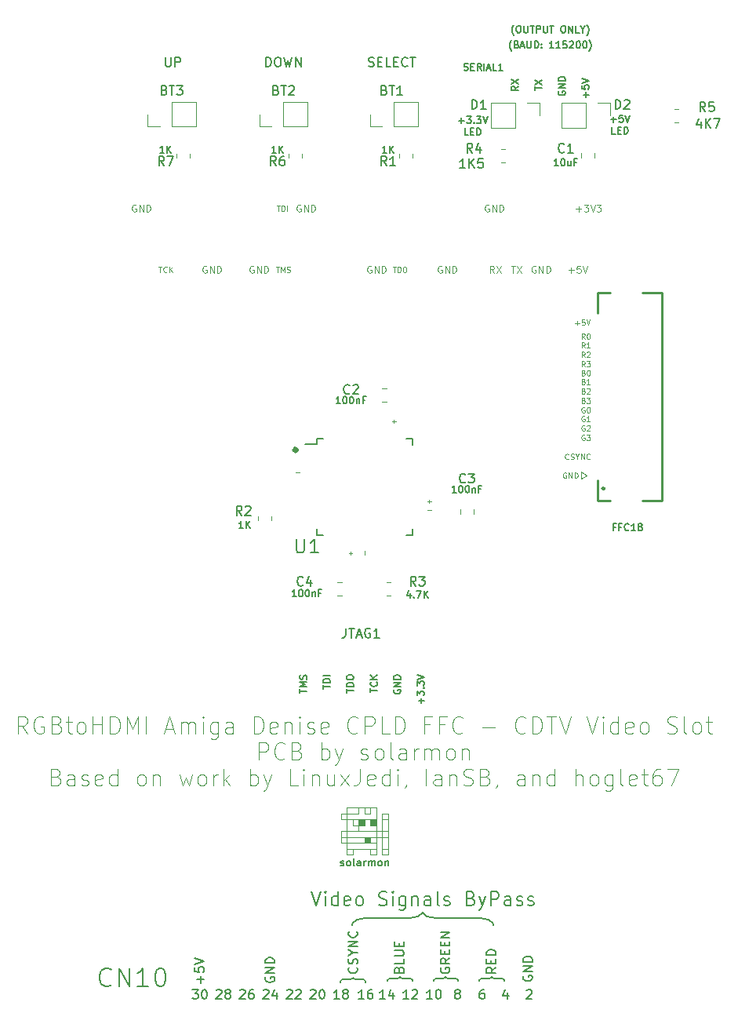
<source format=gbr>
%TF.GenerationSoftware,KiCad,Pcbnew,(5.1.9)-1*%
%TF.CreationDate,2021-11-07T21:12:52+00:00*%
%TF.ProjectId,RGBtoHDMI Amiga Denise CPLD FFC - CDTV Video Slot,52474274-6f48-4444-9d49-20416d696761,1*%
%TF.SameCoordinates,Original*%
%TF.FileFunction,Legend,Top*%
%TF.FilePolarity,Positive*%
%FSLAX46Y46*%
G04 Gerber Fmt 4.6, Leading zero omitted, Abs format (unit mm)*
G04 Created by KiCad (PCBNEW (5.1.9)-1) date 2021-11-07 21:12:52*
%MOMM*%
%LPD*%
G01*
G04 APERTURE LIST*
%ADD10C,0.150000*%
%ADD11C,0.100000*%
%ADD12C,0.120000*%
%ADD13C,0.500000*%
%ADD14C,0.254000*%
G04 APERTURE END LIST*
D10*
X122733714Y-53899071D02*
X123305142Y-53899071D01*
X123019428Y-54184785D02*
X123019428Y-53613357D01*
X124019428Y-53434785D02*
X123662285Y-53434785D01*
X123626571Y-53791928D01*
X123662285Y-53756214D01*
X123733714Y-53720500D01*
X123912285Y-53720500D01*
X123983714Y-53756214D01*
X124019428Y-53791928D01*
X124055142Y-53863357D01*
X124055142Y-54041928D01*
X124019428Y-54113357D01*
X123983714Y-54149071D01*
X123912285Y-54184785D01*
X123733714Y-54184785D01*
X123662285Y-54149071D01*
X123626571Y-54113357D01*
X124269428Y-53434785D02*
X124519428Y-54184785D01*
X124769428Y-53434785D01*
X123215857Y-55459785D02*
X122858714Y-55459785D01*
X122858714Y-54709785D01*
X123465857Y-55066928D02*
X123715857Y-55066928D01*
X123823000Y-55459785D02*
X123465857Y-55459785D01*
X123465857Y-54709785D01*
X123823000Y-54709785D01*
X124144428Y-55459785D02*
X124144428Y-54709785D01*
X124323000Y-54709785D01*
X124430142Y-54745500D01*
X124501571Y-54816928D01*
X124537285Y-54888357D01*
X124573000Y-55031214D01*
X124573000Y-55138357D01*
X124537285Y-55281214D01*
X124501571Y-55352642D01*
X124430142Y-55424071D01*
X124323000Y-55459785D01*
X124144428Y-55459785D01*
X106323000Y-54026071D02*
X106894428Y-54026071D01*
X106608714Y-54311785D02*
X106608714Y-53740357D01*
X107180142Y-53561785D02*
X107644428Y-53561785D01*
X107394428Y-53847500D01*
X107501571Y-53847500D01*
X107573000Y-53883214D01*
X107608714Y-53918928D01*
X107644428Y-53990357D01*
X107644428Y-54168928D01*
X107608714Y-54240357D01*
X107573000Y-54276071D01*
X107501571Y-54311785D01*
X107287285Y-54311785D01*
X107215857Y-54276071D01*
X107180142Y-54240357D01*
X107965857Y-54240357D02*
X108001571Y-54276071D01*
X107965857Y-54311785D01*
X107930142Y-54276071D01*
X107965857Y-54240357D01*
X107965857Y-54311785D01*
X108251571Y-53561785D02*
X108715857Y-53561785D01*
X108465857Y-53847500D01*
X108573000Y-53847500D01*
X108644428Y-53883214D01*
X108680142Y-53918928D01*
X108715857Y-53990357D01*
X108715857Y-54168928D01*
X108680142Y-54240357D01*
X108644428Y-54276071D01*
X108573000Y-54311785D01*
X108358714Y-54311785D01*
X108287285Y-54276071D01*
X108251571Y-54240357D01*
X108930142Y-53561785D02*
X109180142Y-54311785D01*
X109430142Y-53561785D01*
X107340857Y-55586785D02*
X106983714Y-55586785D01*
X106983714Y-54836785D01*
X107590857Y-55193928D02*
X107840857Y-55193928D01*
X107948000Y-55586785D02*
X107590857Y-55586785D01*
X107590857Y-54836785D01*
X107948000Y-54836785D01*
X108269428Y-55586785D02*
X108269428Y-54836785D01*
X108448000Y-54836785D01*
X108555142Y-54872500D01*
X108626571Y-54943928D01*
X108662285Y-55015357D01*
X108698000Y-55158214D01*
X108698000Y-55265357D01*
X108662285Y-55408214D01*
X108626571Y-55479642D01*
X108555142Y-55551071D01*
X108448000Y-55586785D01*
X108269428Y-55586785D01*
X112276428Y-44821000D02*
X112240714Y-44785285D01*
X112169285Y-44678142D01*
X112133571Y-44606714D01*
X112097857Y-44499571D01*
X112062142Y-44321000D01*
X112062142Y-44178142D01*
X112097857Y-43999571D01*
X112133571Y-43892428D01*
X112169285Y-43821000D01*
X112240714Y-43713857D01*
X112276428Y-43678142D01*
X112705000Y-43785285D02*
X112847857Y-43785285D01*
X112919285Y-43821000D01*
X112990714Y-43892428D01*
X113026428Y-44035285D01*
X113026428Y-44285285D01*
X112990714Y-44428142D01*
X112919285Y-44499571D01*
X112847857Y-44535285D01*
X112705000Y-44535285D01*
X112633571Y-44499571D01*
X112562142Y-44428142D01*
X112526428Y-44285285D01*
X112526428Y-44035285D01*
X112562142Y-43892428D01*
X112633571Y-43821000D01*
X112705000Y-43785285D01*
X113347857Y-43785285D02*
X113347857Y-44392428D01*
X113383571Y-44463857D01*
X113419285Y-44499571D01*
X113490714Y-44535285D01*
X113633571Y-44535285D01*
X113705000Y-44499571D01*
X113740714Y-44463857D01*
X113776428Y-44392428D01*
X113776428Y-43785285D01*
X114026428Y-43785285D02*
X114455000Y-43785285D01*
X114240714Y-44535285D02*
X114240714Y-43785285D01*
X114705000Y-44535285D02*
X114705000Y-43785285D01*
X114990714Y-43785285D01*
X115062142Y-43821000D01*
X115097857Y-43856714D01*
X115133571Y-43928142D01*
X115133571Y-44035285D01*
X115097857Y-44106714D01*
X115062142Y-44142428D01*
X114990714Y-44178142D01*
X114705000Y-44178142D01*
X115455000Y-43785285D02*
X115455000Y-44392428D01*
X115490714Y-44463857D01*
X115526428Y-44499571D01*
X115597857Y-44535285D01*
X115740714Y-44535285D01*
X115812142Y-44499571D01*
X115847857Y-44463857D01*
X115883571Y-44392428D01*
X115883571Y-43785285D01*
X116133571Y-43785285D02*
X116562142Y-43785285D01*
X116347857Y-44535285D02*
X116347857Y-43785285D01*
X117526428Y-43785285D02*
X117669285Y-43785285D01*
X117740714Y-43821000D01*
X117812142Y-43892428D01*
X117847857Y-44035285D01*
X117847857Y-44285285D01*
X117812142Y-44428142D01*
X117740714Y-44499571D01*
X117669285Y-44535285D01*
X117526428Y-44535285D01*
X117455000Y-44499571D01*
X117383571Y-44428142D01*
X117347857Y-44285285D01*
X117347857Y-44035285D01*
X117383571Y-43892428D01*
X117455000Y-43821000D01*
X117526428Y-43785285D01*
X118169285Y-44535285D02*
X118169285Y-43785285D01*
X118597857Y-44535285D01*
X118597857Y-43785285D01*
X119312142Y-44535285D02*
X118955000Y-44535285D01*
X118955000Y-43785285D01*
X119705000Y-44178142D02*
X119705000Y-44535285D01*
X119455000Y-43785285D02*
X119705000Y-44178142D01*
X119955000Y-43785285D01*
X120133571Y-44821000D02*
X120169285Y-44785285D01*
X120240714Y-44678142D01*
X120276428Y-44606714D01*
X120312142Y-44499571D01*
X120347857Y-44321000D01*
X120347857Y-44178142D01*
X120312142Y-43999571D01*
X120276428Y-43892428D01*
X120240714Y-43821000D01*
X120169285Y-43713857D01*
X120133571Y-43678142D01*
X112026428Y-46472000D02*
X111990714Y-46436285D01*
X111919285Y-46329142D01*
X111883571Y-46257714D01*
X111847857Y-46150571D01*
X111812142Y-45972000D01*
X111812142Y-45829142D01*
X111847857Y-45650571D01*
X111883571Y-45543428D01*
X111919285Y-45472000D01*
X111990714Y-45364857D01*
X112026428Y-45329142D01*
X112562142Y-45793428D02*
X112669285Y-45829142D01*
X112705000Y-45864857D01*
X112740714Y-45936285D01*
X112740714Y-46043428D01*
X112705000Y-46114857D01*
X112669285Y-46150571D01*
X112597857Y-46186285D01*
X112312142Y-46186285D01*
X112312142Y-45436285D01*
X112562142Y-45436285D01*
X112633571Y-45472000D01*
X112669285Y-45507714D01*
X112705000Y-45579142D01*
X112705000Y-45650571D01*
X112669285Y-45722000D01*
X112633571Y-45757714D01*
X112562142Y-45793428D01*
X112312142Y-45793428D01*
X113026428Y-45972000D02*
X113383571Y-45972000D01*
X112955000Y-46186285D02*
X113205000Y-45436285D01*
X113455000Y-46186285D01*
X113705000Y-45436285D02*
X113705000Y-46043428D01*
X113740714Y-46114857D01*
X113776428Y-46150571D01*
X113847857Y-46186285D01*
X113990714Y-46186285D01*
X114062142Y-46150571D01*
X114097857Y-46114857D01*
X114133571Y-46043428D01*
X114133571Y-45436285D01*
X114490714Y-46186285D02*
X114490714Y-45436285D01*
X114669285Y-45436285D01*
X114776428Y-45472000D01*
X114847857Y-45543428D01*
X114883571Y-45614857D01*
X114919285Y-45757714D01*
X114919285Y-45864857D01*
X114883571Y-46007714D01*
X114847857Y-46079142D01*
X114776428Y-46150571D01*
X114669285Y-46186285D01*
X114490714Y-46186285D01*
X115240714Y-46114857D02*
X115276428Y-46150571D01*
X115240714Y-46186285D01*
X115205000Y-46150571D01*
X115240714Y-46114857D01*
X115240714Y-46186285D01*
X115240714Y-45722000D02*
X115276428Y-45757714D01*
X115240714Y-45793428D01*
X115205000Y-45757714D01*
X115240714Y-45722000D01*
X115240714Y-45793428D01*
X116562142Y-46186285D02*
X116133571Y-46186285D01*
X116347857Y-46186285D02*
X116347857Y-45436285D01*
X116276428Y-45543428D01*
X116205000Y-45614857D01*
X116133571Y-45650571D01*
X117276428Y-46186285D02*
X116847857Y-46186285D01*
X117062142Y-46186285D02*
X117062142Y-45436285D01*
X116990714Y-45543428D01*
X116919285Y-45614857D01*
X116847857Y-45650571D01*
X117955000Y-45436285D02*
X117597857Y-45436285D01*
X117562142Y-45793428D01*
X117597857Y-45757714D01*
X117669285Y-45722000D01*
X117847857Y-45722000D01*
X117919285Y-45757714D01*
X117955000Y-45793428D01*
X117990714Y-45864857D01*
X117990714Y-46043428D01*
X117955000Y-46114857D01*
X117919285Y-46150571D01*
X117847857Y-46186285D01*
X117669285Y-46186285D01*
X117597857Y-46150571D01*
X117562142Y-46114857D01*
X118276428Y-45507714D02*
X118312142Y-45472000D01*
X118383571Y-45436285D01*
X118562142Y-45436285D01*
X118633571Y-45472000D01*
X118669285Y-45507714D01*
X118705000Y-45579142D01*
X118705000Y-45650571D01*
X118669285Y-45757714D01*
X118240714Y-46186285D01*
X118705000Y-46186285D01*
X119169285Y-45436285D02*
X119240714Y-45436285D01*
X119312142Y-45472000D01*
X119347857Y-45507714D01*
X119383571Y-45579142D01*
X119419285Y-45722000D01*
X119419285Y-45900571D01*
X119383571Y-46043428D01*
X119347857Y-46114857D01*
X119312142Y-46150571D01*
X119240714Y-46186285D01*
X119169285Y-46186285D01*
X119097857Y-46150571D01*
X119062142Y-46114857D01*
X119026428Y-46043428D01*
X118990714Y-45900571D01*
X118990714Y-45722000D01*
X119026428Y-45579142D01*
X119062142Y-45507714D01*
X119097857Y-45472000D01*
X119169285Y-45436285D01*
X119883571Y-45436285D02*
X119955000Y-45436285D01*
X120026428Y-45472000D01*
X120062142Y-45507714D01*
X120097857Y-45579142D01*
X120133571Y-45722000D01*
X120133571Y-45900571D01*
X120097857Y-46043428D01*
X120062142Y-46114857D01*
X120026428Y-46150571D01*
X119955000Y-46186285D01*
X119883571Y-46186285D01*
X119812142Y-46150571D01*
X119776428Y-46114857D01*
X119740714Y-46043428D01*
X119705000Y-45900571D01*
X119705000Y-45722000D01*
X119740714Y-45579142D01*
X119776428Y-45507714D01*
X119812142Y-45472000D01*
X119883571Y-45436285D01*
X120383571Y-46472000D02*
X120419285Y-46436285D01*
X120490714Y-46329142D01*
X120526428Y-46257714D01*
X120562142Y-46150571D01*
X120597857Y-45972000D01*
X120597857Y-45829142D01*
X120562142Y-45650571D01*
X120526428Y-45543428D01*
X120490714Y-45472000D01*
X120419285Y-45364857D01*
X120383571Y-45329142D01*
X94115142Y-108799380D02*
X94115142Y-109513666D01*
X94067523Y-109656523D01*
X93972285Y-109751761D01*
X93829428Y-109799380D01*
X93734190Y-109799380D01*
X94448476Y-108799380D02*
X95019904Y-108799380D01*
X94734190Y-109799380D02*
X94734190Y-108799380D01*
X95305619Y-109513666D02*
X95781809Y-109513666D01*
X95210380Y-109799380D02*
X95543714Y-108799380D01*
X95877047Y-109799380D01*
X96734190Y-108847000D02*
X96638952Y-108799380D01*
X96496095Y-108799380D01*
X96353238Y-108847000D01*
X96258000Y-108942238D01*
X96210380Y-109037476D01*
X96162761Y-109227952D01*
X96162761Y-109370809D01*
X96210380Y-109561285D01*
X96258000Y-109656523D01*
X96353238Y-109751761D01*
X96496095Y-109799380D01*
X96591333Y-109799380D01*
X96734190Y-109751761D01*
X96781809Y-109704142D01*
X96781809Y-109370809D01*
X96591333Y-109370809D01*
X97734190Y-109799380D02*
X97162761Y-109799380D01*
X97448476Y-109799380D02*
X97448476Y-108799380D01*
X97353238Y-108942238D01*
X97258000Y-109037476D01*
X97162761Y-109085095D01*
X102288571Y-116892200D02*
X102288571Y-116320771D01*
X102574285Y-116606485D02*
X102002857Y-116606485D01*
X101824285Y-116035057D02*
X101824285Y-115570771D01*
X102110000Y-115820771D01*
X102110000Y-115713628D01*
X102145714Y-115642200D01*
X102181428Y-115606485D01*
X102252857Y-115570771D01*
X102431428Y-115570771D01*
X102502857Y-115606485D01*
X102538571Y-115642200D01*
X102574285Y-115713628D01*
X102574285Y-115927914D01*
X102538571Y-115999342D01*
X102502857Y-116035057D01*
X102502857Y-115249342D02*
X102538571Y-115213628D01*
X102574285Y-115249342D01*
X102538571Y-115285057D01*
X102502857Y-115249342D01*
X102574285Y-115249342D01*
X101824285Y-114963628D02*
X101824285Y-114499342D01*
X102110000Y-114749342D01*
X102110000Y-114642200D01*
X102145714Y-114570771D01*
X102181428Y-114535057D01*
X102252857Y-114499342D01*
X102431428Y-114499342D01*
X102502857Y-114535057D01*
X102538571Y-114570771D01*
X102574285Y-114642200D01*
X102574285Y-114856485D01*
X102538571Y-114927914D01*
X102502857Y-114963628D01*
X101824285Y-114285057D02*
X102574285Y-114035057D01*
X101824285Y-113785057D01*
X99320000Y-115427913D02*
X99284285Y-115499342D01*
X99284285Y-115606485D01*
X99320000Y-115713627D01*
X99391428Y-115785056D01*
X99462857Y-115820770D01*
X99605714Y-115856485D01*
X99712857Y-115856485D01*
X99855714Y-115820770D01*
X99927142Y-115785056D01*
X99998571Y-115713627D01*
X100034285Y-115606485D01*
X100034285Y-115535056D01*
X99998571Y-115427913D01*
X99962857Y-115392199D01*
X99712857Y-115392199D01*
X99712857Y-115535056D01*
X100034285Y-115070770D02*
X99284285Y-115070770D01*
X100034285Y-114642199D01*
X99284285Y-114642199D01*
X100034285Y-114285056D02*
X99284285Y-114285056D01*
X99284285Y-114106485D01*
X99320000Y-113999342D01*
X99391428Y-113927913D01*
X99462857Y-113892199D01*
X99605714Y-113856485D01*
X99712857Y-113856485D01*
X99855714Y-113892199D01*
X99927142Y-113927913D01*
X99998571Y-113999342D01*
X100034285Y-114106485D01*
X100034285Y-114285056D01*
X96769685Y-115713628D02*
X96769685Y-115285057D01*
X97519685Y-115499343D02*
X96769685Y-115499343D01*
X97448257Y-114606485D02*
X97483971Y-114642200D01*
X97519685Y-114749343D01*
X97519685Y-114820771D01*
X97483971Y-114927914D01*
X97412542Y-114999343D01*
X97341114Y-115035057D01*
X97198257Y-115070771D01*
X97091114Y-115070771D01*
X96948257Y-115035057D01*
X96876828Y-114999343D01*
X96805400Y-114927914D01*
X96769685Y-114820771D01*
X96769685Y-114749343D01*
X96805400Y-114642200D01*
X96841114Y-114606485D01*
X97519685Y-114285057D02*
X96769685Y-114285057D01*
X97519685Y-113856485D02*
X97091114Y-114177914D01*
X96769685Y-113856485D02*
X97198257Y-114285057D01*
X94204285Y-115749342D02*
X94204285Y-115320771D01*
X94954285Y-115535057D02*
X94204285Y-115535057D01*
X94954285Y-115070771D02*
X94204285Y-115070771D01*
X94204285Y-114892200D01*
X94240000Y-114785057D01*
X94311428Y-114713628D01*
X94382857Y-114677914D01*
X94525714Y-114642200D01*
X94632857Y-114642200D01*
X94775714Y-114677914D01*
X94847142Y-114713628D01*
X94918571Y-114785057D01*
X94954285Y-114892200D01*
X94954285Y-115070771D01*
X94204285Y-114177914D02*
X94204285Y-114035057D01*
X94240000Y-113963628D01*
X94311428Y-113892200D01*
X94454285Y-113856485D01*
X94704285Y-113856485D01*
X94847142Y-113892200D01*
X94918571Y-113963628D01*
X94954285Y-114035057D01*
X94954285Y-114177914D01*
X94918571Y-114249342D01*
X94847142Y-114320771D01*
X94704285Y-114356485D01*
X94454285Y-114356485D01*
X94311428Y-114320771D01*
X94240000Y-114249342D01*
X94204285Y-114177914D01*
X91664285Y-115320771D02*
X91664285Y-114892199D01*
X92414285Y-115106485D02*
X91664285Y-115106485D01*
X92414285Y-114642199D02*
X91664285Y-114642199D01*
X91664285Y-114463628D01*
X91700000Y-114356485D01*
X91771428Y-114285056D01*
X91842857Y-114249342D01*
X91985714Y-114213628D01*
X92092857Y-114213628D01*
X92235714Y-114249342D01*
X92307142Y-114285056D01*
X92378571Y-114356485D01*
X92414285Y-114463628D01*
X92414285Y-114642199D01*
X92414285Y-113892199D02*
X91664285Y-113892199D01*
X89149685Y-115785057D02*
X89149685Y-115356485D01*
X89899685Y-115570771D02*
X89149685Y-115570771D01*
X89899685Y-115106485D02*
X89149685Y-115106485D01*
X89685400Y-114856485D01*
X89149685Y-114606485D01*
X89899685Y-114606485D01*
X89863971Y-114285057D02*
X89899685Y-114177914D01*
X89899685Y-113999342D01*
X89863971Y-113927914D01*
X89828257Y-113892199D01*
X89756828Y-113856485D01*
X89685400Y-113856485D01*
X89613971Y-113892199D01*
X89578257Y-113927914D01*
X89542542Y-113999342D01*
X89506828Y-114142199D01*
X89471114Y-114213628D01*
X89435400Y-114249342D01*
X89363971Y-114285057D01*
X89292542Y-114285057D01*
X89221114Y-114249342D01*
X89185400Y-114213628D01*
X89149685Y-114142199D01*
X89149685Y-113963628D01*
X89185400Y-113856485D01*
X106876714Y-48563571D02*
X106983857Y-48599285D01*
X107162428Y-48599285D01*
X107233857Y-48563571D01*
X107269571Y-48527857D01*
X107305285Y-48456428D01*
X107305285Y-48385000D01*
X107269571Y-48313571D01*
X107233857Y-48277857D01*
X107162428Y-48242142D01*
X107019571Y-48206428D01*
X106948142Y-48170714D01*
X106912428Y-48135000D01*
X106876714Y-48063571D01*
X106876714Y-47992142D01*
X106912428Y-47920714D01*
X106948142Y-47885000D01*
X107019571Y-47849285D01*
X107198142Y-47849285D01*
X107305285Y-47885000D01*
X107626714Y-48206428D02*
X107876714Y-48206428D01*
X107983857Y-48599285D02*
X107626714Y-48599285D01*
X107626714Y-47849285D01*
X107983857Y-47849285D01*
X108733857Y-48599285D02*
X108483857Y-48242142D01*
X108305285Y-48599285D02*
X108305285Y-47849285D01*
X108591000Y-47849285D01*
X108662428Y-47885000D01*
X108698142Y-47920714D01*
X108733857Y-47992142D01*
X108733857Y-48099285D01*
X108698142Y-48170714D01*
X108662428Y-48206428D01*
X108591000Y-48242142D01*
X108305285Y-48242142D01*
X109055285Y-48599285D02*
X109055285Y-47849285D01*
X109376714Y-48385000D02*
X109733857Y-48385000D01*
X109305285Y-48599285D02*
X109555285Y-47849285D01*
X109805285Y-48599285D01*
X110412428Y-48599285D02*
X110055285Y-48599285D01*
X110055285Y-47849285D01*
X111055285Y-48599285D02*
X110626714Y-48599285D01*
X110841000Y-48599285D02*
X110841000Y-47849285D01*
X110769571Y-47956428D01*
X110698142Y-48027857D01*
X110626714Y-48063571D01*
X112734285Y-50290000D02*
X112377142Y-50540000D01*
X112734285Y-50718571D02*
X111984285Y-50718571D01*
X111984285Y-50432857D01*
X112020000Y-50361428D01*
X112055714Y-50325714D01*
X112127142Y-50290000D01*
X112234285Y-50290000D01*
X112305714Y-50325714D01*
X112341428Y-50361428D01*
X112377142Y-50432857D01*
X112377142Y-50718571D01*
X111984285Y-50040000D02*
X112734285Y-49540000D01*
X111984285Y-49540000D02*
X112734285Y-50040000D01*
X114524285Y-50736428D02*
X114524285Y-50307857D01*
X115274285Y-50522142D02*
X114524285Y-50522142D01*
X114524285Y-50129285D02*
X115274285Y-49629285D01*
X114524285Y-49629285D02*
X115274285Y-50129285D01*
X117100000Y-50863428D02*
X117064285Y-50934857D01*
X117064285Y-51042000D01*
X117100000Y-51149142D01*
X117171428Y-51220571D01*
X117242857Y-51256285D01*
X117385714Y-51292000D01*
X117492857Y-51292000D01*
X117635714Y-51256285D01*
X117707142Y-51220571D01*
X117778571Y-51149142D01*
X117814285Y-51042000D01*
X117814285Y-50970571D01*
X117778571Y-50863428D01*
X117742857Y-50827714D01*
X117492857Y-50827714D01*
X117492857Y-50970571D01*
X117814285Y-50506285D02*
X117064285Y-50506285D01*
X117814285Y-50077714D01*
X117064285Y-50077714D01*
X117814285Y-49720571D02*
X117064285Y-49720571D01*
X117064285Y-49542000D01*
X117100000Y-49434857D01*
X117171428Y-49363428D01*
X117242857Y-49327714D01*
X117385714Y-49292000D01*
X117492857Y-49292000D01*
X117635714Y-49327714D01*
X117707142Y-49363428D01*
X117778571Y-49434857D01*
X117814285Y-49542000D01*
X117814285Y-49720571D01*
X120068571Y-51510285D02*
X120068571Y-50938857D01*
X120354285Y-51224571D02*
X119782857Y-51224571D01*
X119604285Y-50224571D02*
X119604285Y-50581714D01*
X119961428Y-50617428D01*
X119925714Y-50581714D01*
X119890000Y-50510285D01*
X119890000Y-50331714D01*
X119925714Y-50260285D01*
X119961428Y-50224571D01*
X120032857Y-50188857D01*
X120211428Y-50188857D01*
X120282857Y-50224571D01*
X120318571Y-50260285D01*
X120354285Y-50331714D01*
X120354285Y-50510285D01*
X120318571Y-50581714D01*
X120282857Y-50617428D01*
X119604285Y-49974571D02*
X120354285Y-49724571D01*
X119604285Y-49474571D01*
D11*
X110111000Y-70443285D02*
X109861000Y-70086142D01*
X109682428Y-70443285D02*
X109682428Y-69693285D01*
X109968142Y-69693285D01*
X110039571Y-69729000D01*
X110075285Y-69764714D01*
X110111000Y-69836142D01*
X110111000Y-69943285D01*
X110075285Y-70014714D01*
X110039571Y-70050428D01*
X109968142Y-70086142D01*
X109682428Y-70086142D01*
X110361000Y-69693285D02*
X110861000Y-70443285D01*
X110861000Y-69693285D02*
X110361000Y-70443285D01*
X111950571Y-69693285D02*
X112379142Y-69693285D01*
X112164857Y-70443285D02*
X112164857Y-69693285D01*
X112557714Y-69693285D02*
X113057714Y-70443285D01*
X113057714Y-69693285D02*
X112557714Y-70443285D01*
D10*
X74652285Y-47204380D02*
X74652285Y-48013904D01*
X74699904Y-48109142D01*
X74747523Y-48156761D01*
X74842761Y-48204380D01*
X75033238Y-48204380D01*
X75128476Y-48156761D01*
X75176095Y-48109142D01*
X75223714Y-48013904D01*
X75223714Y-47204380D01*
X75699904Y-48204380D02*
X75699904Y-47204380D01*
X76080857Y-47204380D01*
X76176095Y-47252000D01*
X76223714Y-47299619D01*
X76271333Y-47394857D01*
X76271333Y-47537714D01*
X76223714Y-47632952D01*
X76176095Y-47680571D01*
X76080857Y-47728190D01*
X75699904Y-47728190D01*
X85495047Y-48204380D02*
X85495047Y-47204380D01*
X85733142Y-47204380D01*
X85876000Y-47252000D01*
X85971238Y-47347238D01*
X86018857Y-47442476D01*
X86066476Y-47632952D01*
X86066476Y-47775809D01*
X86018857Y-47966285D01*
X85971238Y-48061523D01*
X85876000Y-48156761D01*
X85733142Y-48204380D01*
X85495047Y-48204380D01*
X86685523Y-47204380D02*
X86876000Y-47204380D01*
X86971238Y-47252000D01*
X87066476Y-47347238D01*
X87114095Y-47537714D01*
X87114095Y-47871047D01*
X87066476Y-48061523D01*
X86971238Y-48156761D01*
X86876000Y-48204380D01*
X86685523Y-48204380D01*
X86590285Y-48156761D01*
X86495047Y-48061523D01*
X86447428Y-47871047D01*
X86447428Y-47537714D01*
X86495047Y-47347238D01*
X86590285Y-47252000D01*
X86685523Y-47204380D01*
X87447428Y-47204380D02*
X87685523Y-48204380D01*
X87876000Y-47490095D01*
X88066476Y-48204380D01*
X88304571Y-47204380D01*
X88685523Y-48204380D02*
X88685523Y-47204380D01*
X89256952Y-48204380D01*
X89256952Y-47204380D01*
X96583809Y-48156761D02*
X96726666Y-48204380D01*
X96964761Y-48204380D01*
X97060000Y-48156761D01*
X97107619Y-48109142D01*
X97155238Y-48013904D01*
X97155238Y-47918666D01*
X97107619Y-47823428D01*
X97060000Y-47775809D01*
X96964761Y-47728190D01*
X96774285Y-47680571D01*
X96679047Y-47632952D01*
X96631428Y-47585333D01*
X96583809Y-47490095D01*
X96583809Y-47394857D01*
X96631428Y-47299619D01*
X96679047Y-47252000D01*
X96774285Y-47204380D01*
X97012380Y-47204380D01*
X97155238Y-47252000D01*
X97583809Y-47680571D02*
X97917142Y-47680571D01*
X98060000Y-48204380D02*
X97583809Y-48204380D01*
X97583809Y-47204380D01*
X98060000Y-47204380D01*
X98964761Y-48204380D02*
X98488571Y-48204380D01*
X98488571Y-47204380D01*
X99298095Y-47680571D02*
X99631428Y-47680571D01*
X99774285Y-48204380D02*
X99298095Y-48204380D01*
X99298095Y-47204380D01*
X99774285Y-47204380D01*
X100774285Y-48109142D02*
X100726666Y-48156761D01*
X100583809Y-48204380D01*
X100488571Y-48204380D01*
X100345714Y-48156761D01*
X100250476Y-48061523D01*
X100202857Y-47966285D01*
X100155238Y-47775809D01*
X100155238Y-47632952D01*
X100202857Y-47442476D01*
X100250476Y-47347238D01*
X100345714Y-47252000D01*
X100488571Y-47204380D01*
X100583809Y-47204380D01*
X100726666Y-47252000D01*
X100774285Y-47299619D01*
X101060000Y-47204380D02*
X101631428Y-47204380D01*
X101345714Y-48204380D02*
X101345714Y-47204380D01*
X93554876Y-134385009D02*
X93631066Y-134423104D01*
X93783447Y-134423104D01*
X93859638Y-134385009D01*
X93897733Y-134308819D01*
X93897733Y-134270723D01*
X93859638Y-134194533D01*
X93783447Y-134156438D01*
X93669161Y-134156438D01*
X93592971Y-134118342D01*
X93554876Y-134042152D01*
X93554876Y-134004057D01*
X93592971Y-133927866D01*
X93669161Y-133889771D01*
X93783447Y-133889771D01*
X93859638Y-133927866D01*
X94354876Y-134423104D02*
X94278685Y-134385009D01*
X94240590Y-134346914D01*
X94202495Y-134270723D01*
X94202495Y-134042152D01*
X94240590Y-133965961D01*
X94278685Y-133927866D01*
X94354876Y-133889771D01*
X94469161Y-133889771D01*
X94545352Y-133927866D01*
X94583447Y-133965961D01*
X94621542Y-134042152D01*
X94621542Y-134270723D01*
X94583447Y-134346914D01*
X94545352Y-134385009D01*
X94469161Y-134423104D01*
X94354876Y-134423104D01*
X95078685Y-134423104D02*
X95002495Y-134385009D01*
X94964400Y-134308819D01*
X94964400Y-133623104D01*
X95726304Y-134423104D02*
X95726304Y-134004057D01*
X95688209Y-133927866D01*
X95612019Y-133889771D01*
X95459638Y-133889771D01*
X95383447Y-133927866D01*
X95726304Y-134385009D02*
X95650114Y-134423104D01*
X95459638Y-134423104D01*
X95383447Y-134385009D01*
X95345352Y-134308819D01*
X95345352Y-134232628D01*
X95383447Y-134156438D01*
X95459638Y-134118342D01*
X95650114Y-134118342D01*
X95726304Y-134080247D01*
X96107257Y-134423104D02*
X96107257Y-133889771D01*
X96107257Y-134042152D02*
X96145352Y-133965961D01*
X96183447Y-133927866D01*
X96259638Y-133889771D01*
X96335828Y-133889771D01*
X96602495Y-134423104D02*
X96602495Y-133889771D01*
X96602495Y-133965961D02*
X96640590Y-133927866D01*
X96716780Y-133889771D01*
X96831066Y-133889771D01*
X96907257Y-133927866D01*
X96945352Y-134004057D01*
X96945352Y-134423104D01*
X96945352Y-134004057D02*
X96983447Y-133927866D01*
X97059638Y-133889771D01*
X97173923Y-133889771D01*
X97250114Y-133927866D01*
X97288209Y-134004057D01*
X97288209Y-134423104D01*
X97783447Y-134423104D02*
X97707257Y-134385009D01*
X97669161Y-134346914D01*
X97631066Y-134270723D01*
X97631066Y-134042152D01*
X97669161Y-133965961D01*
X97707257Y-133927866D01*
X97783447Y-133889771D01*
X97897733Y-133889771D01*
X97973923Y-133927866D01*
X98012019Y-133965961D01*
X98050114Y-134042152D01*
X98050114Y-134270723D01*
X98012019Y-134346914D01*
X97973923Y-134385009D01*
X97897733Y-134423104D01*
X97783447Y-134423104D01*
X98392971Y-133889771D02*
X98392971Y-134423104D01*
X98392971Y-133965961D02*
X98431066Y-133927866D01*
X98507257Y-133889771D01*
X98621542Y-133889771D01*
X98697733Y-133927866D01*
X98735828Y-134004057D01*
X98735828Y-134423104D01*
D11*
X86576000Y-69775428D02*
X86918857Y-69775428D01*
X86747428Y-70375428D02*
X86747428Y-69775428D01*
X87118857Y-70375428D02*
X87118857Y-69775428D01*
X87318857Y-70204000D01*
X87518857Y-69775428D01*
X87518857Y-70375428D01*
X87776000Y-70346857D02*
X87861714Y-70375428D01*
X88004571Y-70375428D01*
X88061714Y-70346857D01*
X88090285Y-70318285D01*
X88118857Y-70261142D01*
X88118857Y-70204000D01*
X88090285Y-70146857D01*
X88061714Y-70118285D01*
X88004571Y-70089714D01*
X87890285Y-70061142D01*
X87833142Y-70032571D01*
X87804571Y-70004000D01*
X87776000Y-69946857D01*
X87776000Y-69889714D01*
X87804571Y-69832571D01*
X87833142Y-69804000D01*
X87890285Y-69775428D01*
X88033142Y-69775428D01*
X88118857Y-69804000D01*
X86634714Y-63171428D02*
X86977571Y-63171428D01*
X86806142Y-63771428D02*
X86806142Y-63171428D01*
X87177571Y-63771428D02*
X87177571Y-63171428D01*
X87320428Y-63171428D01*
X87406142Y-63200000D01*
X87463285Y-63257142D01*
X87491857Y-63314285D01*
X87520428Y-63428571D01*
X87520428Y-63514285D01*
X87491857Y-63628571D01*
X87463285Y-63685714D01*
X87406142Y-63742857D01*
X87320428Y-63771428D01*
X87177571Y-63771428D01*
X87777571Y-63771428D02*
X87777571Y-63171428D01*
X73904571Y-69775428D02*
X74247428Y-69775428D01*
X74076000Y-70375428D02*
X74076000Y-69775428D01*
X74790285Y-70318285D02*
X74761714Y-70346857D01*
X74676000Y-70375428D01*
X74618857Y-70375428D01*
X74533142Y-70346857D01*
X74476000Y-70289714D01*
X74447428Y-70232571D01*
X74418857Y-70118285D01*
X74418857Y-70032571D01*
X74447428Y-69918285D01*
X74476000Y-69861142D01*
X74533142Y-69804000D01*
X74618857Y-69775428D01*
X74676000Y-69775428D01*
X74761714Y-69804000D01*
X74790285Y-69832571D01*
X75047428Y-70375428D02*
X75047428Y-69775428D01*
X75390285Y-70375428D02*
X75133142Y-70032571D01*
X75390285Y-69775428D02*
X75047428Y-70118285D01*
X99163285Y-69775428D02*
X99506142Y-69775428D01*
X99334714Y-70375428D02*
X99334714Y-69775428D01*
X99706142Y-70375428D02*
X99706142Y-69775428D01*
X99849000Y-69775428D01*
X99934714Y-69804000D01*
X99991857Y-69861142D01*
X100020428Y-69918285D01*
X100049000Y-70032571D01*
X100049000Y-70118285D01*
X100020428Y-70232571D01*
X99991857Y-70289714D01*
X99934714Y-70346857D01*
X99849000Y-70375428D01*
X99706142Y-70375428D01*
X100420428Y-69775428D02*
X100534714Y-69775428D01*
X100591857Y-69804000D01*
X100649000Y-69861142D01*
X100677571Y-69975428D01*
X100677571Y-70175428D01*
X100649000Y-70289714D01*
X100591857Y-70346857D01*
X100534714Y-70375428D01*
X100420428Y-70375428D01*
X100363285Y-70346857D01*
X100306142Y-70289714D01*
X100277571Y-70175428D01*
X100277571Y-69975428D01*
X100306142Y-69861142D01*
X100363285Y-69804000D01*
X100420428Y-69775428D01*
D10*
X108523666Y-146843714D02*
X108523666Y-146772285D01*
X108607000Y-146629428D01*
X108773666Y-146558000D01*
X109607000Y-146558000D01*
X109773666Y-146486571D01*
X109857000Y-146343714D01*
X109940333Y-146486571D01*
X110107000Y-146558000D01*
X110940333Y-146558000D01*
X111107000Y-146629428D01*
X111190333Y-146772285D01*
X111190333Y-146843714D01*
X103570666Y-146843714D02*
X103570666Y-146772285D01*
X103654000Y-146629428D01*
X103820666Y-146558000D01*
X104654000Y-146558000D01*
X104820666Y-146486571D01*
X104904000Y-146343714D01*
X104987333Y-146486571D01*
X105154000Y-146558000D01*
X105987333Y-146558000D01*
X106154000Y-146629428D01*
X106237333Y-146772285D01*
X106237333Y-146843714D01*
X98617666Y-146843714D02*
X98617666Y-146772285D01*
X98701000Y-146629428D01*
X98867666Y-146558000D01*
X99701000Y-146558000D01*
X99867666Y-146486571D01*
X99951000Y-146343714D01*
X100034333Y-146486571D01*
X100201000Y-146558000D01*
X101034333Y-146558000D01*
X101201000Y-146629428D01*
X101284333Y-146772285D01*
X101284333Y-146843714D01*
X94790666Y-140842904D02*
X94790666Y-140652428D01*
X95266857Y-140271476D01*
X96219238Y-140081000D01*
X100981142Y-140081000D01*
X101933523Y-139890523D01*
X102409714Y-139509571D01*
X102885904Y-139890523D01*
X103838285Y-140081000D01*
X108600190Y-140081000D01*
X109552571Y-140271476D01*
X110028761Y-140652428D01*
X110028761Y-140842904D01*
X93537666Y-146970714D02*
X93537666Y-146899285D01*
X93621000Y-146756428D01*
X93787666Y-146685000D01*
X94621000Y-146685000D01*
X94787666Y-146613571D01*
X94871000Y-146470714D01*
X94954333Y-146613571D01*
X95121000Y-146685000D01*
X95954333Y-146685000D01*
X96121000Y-146756428D01*
X96204333Y-146899285D01*
X96204333Y-146970714D01*
X77549476Y-147788380D02*
X78168523Y-147788380D01*
X77835190Y-148169333D01*
X77978047Y-148169333D01*
X78073285Y-148216952D01*
X78120904Y-148264571D01*
X78168523Y-148359809D01*
X78168523Y-148597904D01*
X78120904Y-148693142D01*
X78073285Y-148740761D01*
X77978047Y-148788380D01*
X77692333Y-148788380D01*
X77597095Y-148740761D01*
X77549476Y-148693142D01*
X78787571Y-147788380D02*
X78882809Y-147788380D01*
X78978047Y-147836000D01*
X79025666Y-147883619D01*
X79073285Y-147978857D01*
X79120904Y-148169333D01*
X79120904Y-148407428D01*
X79073285Y-148597904D01*
X79025666Y-148693142D01*
X78978047Y-148740761D01*
X78882809Y-148788380D01*
X78787571Y-148788380D01*
X78692333Y-148740761D01*
X78644714Y-148693142D01*
X78597095Y-148597904D01*
X78549476Y-148407428D01*
X78549476Y-148169333D01*
X78597095Y-147978857D01*
X78644714Y-147883619D01*
X78692333Y-147836000D01*
X78787571Y-147788380D01*
X80137095Y-147883619D02*
X80184714Y-147836000D01*
X80279952Y-147788380D01*
X80518047Y-147788380D01*
X80613285Y-147836000D01*
X80660904Y-147883619D01*
X80708523Y-147978857D01*
X80708523Y-148074095D01*
X80660904Y-148216952D01*
X80089476Y-148788380D01*
X80708523Y-148788380D01*
X81279952Y-148216952D02*
X81184714Y-148169333D01*
X81137095Y-148121714D01*
X81089476Y-148026476D01*
X81089476Y-147978857D01*
X81137095Y-147883619D01*
X81184714Y-147836000D01*
X81279952Y-147788380D01*
X81470428Y-147788380D01*
X81565666Y-147836000D01*
X81613285Y-147883619D01*
X81660904Y-147978857D01*
X81660904Y-148026476D01*
X81613285Y-148121714D01*
X81565666Y-148169333D01*
X81470428Y-148216952D01*
X81279952Y-148216952D01*
X81184714Y-148264571D01*
X81137095Y-148312190D01*
X81089476Y-148407428D01*
X81089476Y-148597904D01*
X81137095Y-148693142D01*
X81184714Y-148740761D01*
X81279952Y-148788380D01*
X81470428Y-148788380D01*
X81565666Y-148740761D01*
X81613285Y-148693142D01*
X81660904Y-148597904D01*
X81660904Y-148407428D01*
X81613285Y-148312190D01*
X81565666Y-148264571D01*
X81470428Y-148216952D01*
X82677095Y-147883619D02*
X82724714Y-147836000D01*
X82819952Y-147788380D01*
X83058047Y-147788380D01*
X83153285Y-147836000D01*
X83200904Y-147883619D01*
X83248523Y-147978857D01*
X83248523Y-148074095D01*
X83200904Y-148216952D01*
X82629476Y-148788380D01*
X83248523Y-148788380D01*
X84105666Y-147788380D02*
X83915190Y-147788380D01*
X83819952Y-147836000D01*
X83772333Y-147883619D01*
X83677095Y-148026476D01*
X83629476Y-148216952D01*
X83629476Y-148597904D01*
X83677095Y-148693142D01*
X83724714Y-148740761D01*
X83819952Y-148788380D01*
X84010428Y-148788380D01*
X84105666Y-148740761D01*
X84153285Y-148693142D01*
X84200904Y-148597904D01*
X84200904Y-148359809D01*
X84153285Y-148264571D01*
X84105666Y-148216952D01*
X84010428Y-148169333D01*
X83819952Y-148169333D01*
X83724714Y-148216952D01*
X83677095Y-148264571D01*
X83629476Y-148359809D01*
X85217095Y-147883619D02*
X85264714Y-147836000D01*
X85359952Y-147788380D01*
X85598047Y-147788380D01*
X85693285Y-147836000D01*
X85740904Y-147883619D01*
X85788523Y-147978857D01*
X85788523Y-148074095D01*
X85740904Y-148216952D01*
X85169476Y-148788380D01*
X85788523Y-148788380D01*
X86645666Y-148121714D02*
X86645666Y-148788380D01*
X86407571Y-147740761D02*
X86169476Y-148455047D01*
X86788523Y-148455047D01*
X90297095Y-147883619D02*
X90344714Y-147836000D01*
X90439952Y-147788380D01*
X90678047Y-147788380D01*
X90773285Y-147836000D01*
X90820904Y-147883619D01*
X90868523Y-147978857D01*
X90868523Y-148074095D01*
X90820904Y-148216952D01*
X90249476Y-148788380D01*
X90868523Y-148788380D01*
X91487571Y-147788380D02*
X91582809Y-147788380D01*
X91678047Y-147836000D01*
X91725666Y-147883619D01*
X91773285Y-147978857D01*
X91820904Y-148169333D01*
X91820904Y-148407428D01*
X91773285Y-148597904D01*
X91725666Y-148693142D01*
X91678047Y-148740761D01*
X91582809Y-148788380D01*
X91487571Y-148788380D01*
X91392333Y-148740761D01*
X91344714Y-148693142D01*
X91297095Y-148597904D01*
X91249476Y-148407428D01*
X91249476Y-148169333D01*
X91297095Y-147978857D01*
X91344714Y-147883619D01*
X91392333Y-147836000D01*
X91487571Y-147788380D01*
X87757095Y-147883619D02*
X87804714Y-147836000D01*
X87899952Y-147788380D01*
X88138047Y-147788380D01*
X88233285Y-147836000D01*
X88280904Y-147883619D01*
X88328523Y-147978857D01*
X88328523Y-148074095D01*
X88280904Y-148216952D01*
X87709476Y-148788380D01*
X88328523Y-148788380D01*
X88709476Y-147883619D02*
X88757095Y-147836000D01*
X88852333Y-147788380D01*
X89090428Y-147788380D01*
X89185666Y-147836000D01*
X89233285Y-147883619D01*
X89280904Y-147978857D01*
X89280904Y-148074095D01*
X89233285Y-148216952D01*
X88661857Y-148788380D01*
X89280904Y-148788380D01*
X93408523Y-148788380D02*
X92837095Y-148788380D01*
X93122809Y-148788380D02*
X93122809Y-147788380D01*
X93027571Y-147931238D01*
X92932333Y-148026476D01*
X92837095Y-148074095D01*
X93979952Y-148216952D02*
X93884714Y-148169333D01*
X93837095Y-148121714D01*
X93789476Y-148026476D01*
X93789476Y-147978857D01*
X93837095Y-147883619D01*
X93884714Y-147836000D01*
X93979952Y-147788380D01*
X94170428Y-147788380D01*
X94265666Y-147836000D01*
X94313285Y-147883619D01*
X94360904Y-147978857D01*
X94360904Y-148026476D01*
X94313285Y-148121714D01*
X94265666Y-148169333D01*
X94170428Y-148216952D01*
X93979952Y-148216952D01*
X93884714Y-148264571D01*
X93837095Y-148312190D01*
X93789476Y-148407428D01*
X93789476Y-148597904D01*
X93837095Y-148693142D01*
X93884714Y-148740761D01*
X93979952Y-148788380D01*
X94170428Y-148788380D01*
X94265666Y-148740761D01*
X94313285Y-148693142D01*
X94360904Y-148597904D01*
X94360904Y-148407428D01*
X94313285Y-148312190D01*
X94265666Y-148264571D01*
X94170428Y-148216952D01*
X96075523Y-148788380D02*
X95504095Y-148788380D01*
X95789809Y-148788380D02*
X95789809Y-147788380D01*
X95694571Y-147931238D01*
X95599333Y-148026476D01*
X95504095Y-148074095D01*
X96932666Y-147788380D02*
X96742190Y-147788380D01*
X96646952Y-147836000D01*
X96599333Y-147883619D01*
X96504095Y-148026476D01*
X96456476Y-148216952D01*
X96456476Y-148597904D01*
X96504095Y-148693142D01*
X96551714Y-148740761D01*
X96646952Y-148788380D01*
X96837428Y-148788380D01*
X96932666Y-148740761D01*
X96980285Y-148693142D01*
X97027904Y-148597904D01*
X97027904Y-148359809D01*
X96980285Y-148264571D01*
X96932666Y-148216952D01*
X96837428Y-148169333D01*
X96646952Y-148169333D01*
X96551714Y-148216952D01*
X96504095Y-148264571D01*
X96456476Y-148359809D01*
X98361523Y-148788380D02*
X97790095Y-148788380D01*
X98075809Y-148788380D02*
X98075809Y-147788380D01*
X97980571Y-147931238D01*
X97885333Y-148026476D01*
X97790095Y-148074095D01*
X99218666Y-148121714D02*
X99218666Y-148788380D01*
X98980571Y-147740761D02*
X98742476Y-148455047D01*
X99361523Y-148455047D01*
X100901523Y-148788380D02*
X100330095Y-148788380D01*
X100615809Y-148788380D02*
X100615809Y-147788380D01*
X100520571Y-147931238D01*
X100425333Y-148026476D01*
X100330095Y-148074095D01*
X101282476Y-147883619D02*
X101330095Y-147836000D01*
X101425333Y-147788380D01*
X101663428Y-147788380D01*
X101758666Y-147836000D01*
X101806285Y-147883619D01*
X101853904Y-147978857D01*
X101853904Y-148074095D01*
X101806285Y-148216952D01*
X101234857Y-148788380D01*
X101853904Y-148788380D01*
X103441523Y-148788380D02*
X102870095Y-148788380D01*
X103155809Y-148788380D02*
X103155809Y-147788380D01*
X103060571Y-147931238D01*
X102965333Y-148026476D01*
X102870095Y-148074095D01*
X104060571Y-147788380D02*
X104155809Y-147788380D01*
X104251047Y-147836000D01*
X104298666Y-147883619D01*
X104346285Y-147978857D01*
X104393904Y-148169333D01*
X104393904Y-148407428D01*
X104346285Y-148597904D01*
X104298666Y-148693142D01*
X104251047Y-148740761D01*
X104155809Y-148788380D01*
X104060571Y-148788380D01*
X103965333Y-148740761D01*
X103917714Y-148693142D01*
X103870095Y-148597904D01*
X103822476Y-148407428D01*
X103822476Y-148169333D01*
X103870095Y-147978857D01*
X103917714Y-147883619D01*
X103965333Y-147836000D01*
X104060571Y-147788380D01*
X106076761Y-148216952D02*
X105981523Y-148169333D01*
X105933904Y-148121714D01*
X105886285Y-148026476D01*
X105886285Y-147978857D01*
X105933904Y-147883619D01*
X105981523Y-147836000D01*
X106076761Y-147788380D01*
X106267238Y-147788380D01*
X106362476Y-147836000D01*
X106410095Y-147883619D01*
X106457714Y-147978857D01*
X106457714Y-148026476D01*
X106410095Y-148121714D01*
X106362476Y-148169333D01*
X106267238Y-148216952D01*
X106076761Y-148216952D01*
X105981523Y-148264571D01*
X105933904Y-148312190D01*
X105886285Y-148407428D01*
X105886285Y-148597904D01*
X105933904Y-148693142D01*
X105981523Y-148740761D01*
X106076761Y-148788380D01*
X106267238Y-148788380D01*
X106362476Y-148740761D01*
X106410095Y-148693142D01*
X106457714Y-148597904D01*
X106457714Y-148407428D01*
X106410095Y-148312190D01*
X106362476Y-148264571D01*
X106267238Y-148216952D01*
X109029476Y-147788380D02*
X108839000Y-147788380D01*
X108743761Y-147836000D01*
X108696142Y-147883619D01*
X108600904Y-148026476D01*
X108553285Y-148216952D01*
X108553285Y-148597904D01*
X108600904Y-148693142D01*
X108648523Y-148740761D01*
X108743761Y-148788380D01*
X108934238Y-148788380D01*
X109029476Y-148740761D01*
X109077095Y-148693142D01*
X109124714Y-148597904D01*
X109124714Y-148359809D01*
X109077095Y-148264571D01*
X109029476Y-148216952D01*
X108934238Y-148169333D01*
X108743761Y-148169333D01*
X108648523Y-148216952D01*
X108600904Y-148264571D01*
X108553285Y-148359809D01*
X111569476Y-148121714D02*
X111569476Y-148788380D01*
X111331380Y-147740761D02*
X111093285Y-148455047D01*
X111712333Y-148455047D01*
X113292000Y-146303904D02*
X113244380Y-146399142D01*
X113244380Y-146542000D01*
X113292000Y-146684857D01*
X113387238Y-146780095D01*
X113482476Y-146827714D01*
X113672952Y-146875333D01*
X113815809Y-146875333D01*
X114006285Y-146827714D01*
X114101523Y-146780095D01*
X114196761Y-146684857D01*
X114244380Y-146542000D01*
X114244380Y-146446761D01*
X114196761Y-146303904D01*
X114149142Y-146256285D01*
X113815809Y-146256285D01*
X113815809Y-146446761D01*
X114244380Y-145827714D02*
X113244380Y-145827714D01*
X114244380Y-145256285D01*
X113244380Y-145256285D01*
X114244380Y-144780095D02*
X113244380Y-144780095D01*
X113244380Y-144542000D01*
X113292000Y-144399142D01*
X113387238Y-144303904D01*
X113482476Y-144256285D01*
X113672952Y-144208666D01*
X113815809Y-144208666D01*
X114006285Y-144256285D01*
X114101523Y-144303904D01*
X114196761Y-144399142D01*
X114244380Y-144542000D01*
X114244380Y-144780095D01*
X90417571Y-137227571D02*
X90917571Y-138727571D01*
X91417571Y-137227571D01*
X91917571Y-138727571D02*
X91917571Y-137727571D01*
X91917571Y-137227571D02*
X91846142Y-137299000D01*
X91917571Y-137370428D01*
X91989000Y-137299000D01*
X91917571Y-137227571D01*
X91917571Y-137370428D01*
X93274714Y-138727571D02*
X93274714Y-137227571D01*
X93274714Y-138656142D02*
X93131857Y-138727571D01*
X92846142Y-138727571D01*
X92703285Y-138656142D01*
X92631857Y-138584714D01*
X92560428Y-138441857D01*
X92560428Y-138013285D01*
X92631857Y-137870428D01*
X92703285Y-137799000D01*
X92846142Y-137727571D01*
X93131857Y-137727571D01*
X93274714Y-137799000D01*
X94560428Y-138656142D02*
X94417571Y-138727571D01*
X94131857Y-138727571D01*
X93989000Y-138656142D01*
X93917571Y-138513285D01*
X93917571Y-137941857D01*
X93989000Y-137799000D01*
X94131857Y-137727571D01*
X94417571Y-137727571D01*
X94560428Y-137799000D01*
X94631857Y-137941857D01*
X94631857Y-138084714D01*
X93917571Y-138227571D01*
X95489000Y-138727571D02*
X95346142Y-138656142D01*
X95274714Y-138584714D01*
X95203285Y-138441857D01*
X95203285Y-138013285D01*
X95274714Y-137870428D01*
X95346142Y-137799000D01*
X95489000Y-137727571D01*
X95703285Y-137727571D01*
X95846142Y-137799000D01*
X95917571Y-137870428D01*
X95989000Y-138013285D01*
X95989000Y-138441857D01*
X95917571Y-138584714D01*
X95846142Y-138656142D01*
X95703285Y-138727571D01*
X95489000Y-138727571D01*
X97703285Y-138656142D02*
X97917571Y-138727571D01*
X98274714Y-138727571D01*
X98417571Y-138656142D01*
X98489000Y-138584714D01*
X98560428Y-138441857D01*
X98560428Y-138299000D01*
X98489000Y-138156142D01*
X98417571Y-138084714D01*
X98274714Y-138013285D01*
X97989000Y-137941857D01*
X97846142Y-137870428D01*
X97774714Y-137799000D01*
X97703285Y-137656142D01*
X97703285Y-137513285D01*
X97774714Y-137370428D01*
X97846142Y-137299000D01*
X97989000Y-137227571D01*
X98346142Y-137227571D01*
X98560428Y-137299000D01*
X99203285Y-138727571D02*
X99203285Y-137727571D01*
X99203285Y-137227571D02*
X99131857Y-137299000D01*
X99203285Y-137370428D01*
X99274714Y-137299000D01*
X99203285Y-137227571D01*
X99203285Y-137370428D01*
X100560428Y-137727571D02*
X100560428Y-138941857D01*
X100489000Y-139084714D01*
X100417571Y-139156142D01*
X100274714Y-139227571D01*
X100060428Y-139227571D01*
X99917571Y-139156142D01*
X100560428Y-138656142D02*
X100417571Y-138727571D01*
X100131857Y-138727571D01*
X99989000Y-138656142D01*
X99917571Y-138584714D01*
X99846142Y-138441857D01*
X99846142Y-138013285D01*
X99917571Y-137870428D01*
X99989000Y-137799000D01*
X100131857Y-137727571D01*
X100417571Y-137727571D01*
X100560428Y-137799000D01*
X101274714Y-137727571D02*
X101274714Y-138727571D01*
X101274714Y-137870428D02*
X101346142Y-137799000D01*
X101489000Y-137727571D01*
X101703285Y-137727571D01*
X101846142Y-137799000D01*
X101917571Y-137941857D01*
X101917571Y-138727571D01*
X103274714Y-138727571D02*
X103274714Y-137941857D01*
X103203285Y-137799000D01*
X103060428Y-137727571D01*
X102774714Y-137727571D01*
X102631857Y-137799000D01*
X103274714Y-138656142D02*
X103131857Y-138727571D01*
X102774714Y-138727571D01*
X102631857Y-138656142D01*
X102560428Y-138513285D01*
X102560428Y-138370428D01*
X102631857Y-138227571D01*
X102774714Y-138156142D01*
X103131857Y-138156142D01*
X103274714Y-138084714D01*
X104203285Y-138727571D02*
X104060428Y-138656142D01*
X103989000Y-138513285D01*
X103989000Y-137227571D01*
X104703285Y-138656142D02*
X104846142Y-138727571D01*
X105131857Y-138727571D01*
X105274714Y-138656142D01*
X105346142Y-138513285D01*
X105346142Y-138441857D01*
X105274714Y-138299000D01*
X105131857Y-138227571D01*
X104917571Y-138227571D01*
X104774714Y-138156142D01*
X104703285Y-138013285D01*
X104703285Y-137941857D01*
X104774714Y-137799000D01*
X104917571Y-137727571D01*
X105131857Y-137727571D01*
X105274714Y-137799000D01*
X107631857Y-137941857D02*
X107846142Y-138013285D01*
X107917571Y-138084714D01*
X107989000Y-138227571D01*
X107989000Y-138441857D01*
X107917571Y-138584714D01*
X107846142Y-138656142D01*
X107703285Y-138727571D01*
X107131857Y-138727571D01*
X107131857Y-137227571D01*
X107631857Y-137227571D01*
X107774714Y-137299000D01*
X107846142Y-137370428D01*
X107917571Y-137513285D01*
X107917571Y-137656142D01*
X107846142Y-137799000D01*
X107774714Y-137870428D01*
X107631857Y-137941857D01*
X107131857Y-137941857D01*
X108489000Y-137727571D02*
X108846142Y-138727571D01*
X109203285Y-137727571D02*
X108846142Y-138727571D01*
X108703285Y-139084714D01*
X108631857Y-139156142D01*
X108489000Y-139227571D01*
X109774714Y-138727571D02*
X109774714Y-137227571D01*
X110346142Y-137227571D01*
X110489000Y-137299000D01*
X110560428Y-137370428D01*
X110631857Y-137513285D01*
X110631857Y-137727571D01*
X110560428Y-137870428D01*
X110489000Y-137941857D01*
X110346142Y-138013285D01*
X109774714Y-138013285D01*
X111917571Y-138727571D02*
X111917571Y-137941857D01*
X111846142Y-137799000D01*
X111703285Y-137727571D01*
X111417571Y-137727571D01*
X111274714Y-137799000D01*
X111917571Y-138656142D02*
X111774714Y-138727571D01*
X111417571Y-138727571D01*
X111274714Y-138656142D01*
X111203285Y-138513285D01*
X111203285Y-138370428D01*
X111274714Y-138227571D01*
X111417571Y-138156142D01*
X111774714Y-138156142D01*
X111917571Y-138084714D01*
X112560428Y-138656142D02*
X112703285Y-138727571D01*
X112989000Y-138727571D01*
X113131857Y-138656142D01*
X113203285Y-138513285D01*
X113203285Y-138441857D01*
X113131857Y-138299000D01*
X112989000Y-138227571D01*
X112774714Y-138227571D01*
X112631857Y-138156142D01*
X112560428Y-138013285D01*
X112560428Y-137941857D01*
X112631857Y-137799000D01*
X112774714Y-137727571D01*
X112989000Y-137727571D01*
X113131857Y-137799000D01*
X113774714Y-138656142D02*
X113917571Y-138727571D01*
X114203285Y-138727571D01*
X114346142Y-138656142D01*
X114417571Y-138513285D01*
X114417571Y-138441857D01*
X114346142Y-138299000D01*
X114203285Y-138227571D01*
X113989000Y-138227571D01*
X113846142Y-138156142D01*
X113774714Y-138013285D01*
X113774714Y-137941857D01*
X113846142Y-137799000D01*
X113989000Y-137727571D01*
X114203285Y-137727571D01*
X114346142Y-137799000D01*
X113633285Y-147883619D02*
X113680904Y-147836000D01*
X113776142Y-147788380D01*
X114014238Y-147788380D01*
X114109476Y-147836000D01*
X114157095Y-147883619D01*
X114204714Y-147978857D01*
X114204714Y-148074095D01*
X114157095Y-148216952D01*
X113585666Y-148788380D01*
X114204714Y-148788380D01*
X85479000Y-146430904D02*
X85431380Y-146526142D01*
X85431380Y-146669000D01*
X85479000Y-146811857D01*
X85574238Y-146907095D01*
X85669476Y-146954714D01*
X85859952Y-147002333D01*
X86002809Y-147002333D01*
X86193285Y-146954714D01*
X86288523Y-146907095D01*
X86383761Y-146811857D01*
X86431380Y-146669000D01*
X86431380Y-146573761D01*
X86383761Y-146430904D01*
X86336142Y-146383285D01*
X86002809Y-146383285D01*
X86002809Y-146573761D01*
X86431380Y-145954714D02*
X85431380Y-145954714D01*
X86431380Y-145383285D01*
X85431380Y-145383285D01*
X86431380Y-144907095D02*
X85431380Y-144907095D01*
X85431380Y-144669000D01*
X85479000Y-144526142D01*
X85574238Y-144430904D01*
X85669476Y-144383285D01*
X85859952Y-144335666D01*
X86002809Y-144335666D01*
X86193285Y-144383285D01*
X86288523Y-144430904D01*
X86383761Y-144526142D01*
X86431380Y-144669000D01*
X86431380Y-144907095D01*
X78430428Y-147081714D02*
X78430428Y-146319809D01*
X78811380Y-146700761D02*
X78049476Y-146700761D01*
X77811380Y-145367428D02*
X77811380Y-145843619D01*
X78287571Y-145891238D01*
X78239952Y-145843619D01*
X78192333Y-145748380D01*
X78192333Y-145510285D01*
X78239952Y-145415047D01*
X78287571Y-145367428D01*
X78382809Y-145319809D01*
X78620904Y-145319809D01*
X78716142Y-145367428D01*
X78763761Y-145415047D01*
X78811380Y-145510285D01*
X78811380Y-145748380D01*
X78763761Y-145843619D01*
X78716142Y-145891238D01*
X77811380Y-145034095D02*
X78811380Y-144700761D01*
X77811380Y-144367428D01*
X95302342Y-145383047D02*
X95349961Y-145430666D01*
X95397580Y-145573523D01*
X95397580Y-145668761D01*
X95349961Y-145811619D01*
X95254723Y-145906857D01*
X95159485Y-145954476D01*
X94969009Y-146002095D01*
X94826152Y-146002095D01*
X94635676Y-145954476D01*
X94540438Y-145906857D01*
X94445200Y-145811619D01*
X94397580Y-145668761D01*
X94397580Y-145573523D01*
X94445200Y-145430666D01*
X94492819Y-145383047D01*
X95349961Y-145002095D02*
X95397580Y-144859238D01*
X95397580Y-144621142D01*
X95349961Y-144525904D01*
X95302342Y-144478285D01*
X95207104Y-144430666D01*
X95111866Y-144430666D01*
X95016628Y-144478285D01*
X94969009Y-144525904D01*
X94921390Y-144621142D01*
X94873771Y-144811619D01*
X94826152Y-144906857D01*
X94778533Y-144954476D01*
X94683295Y-145002095D01*
X94588057Y-145002095D01*
X94492819Y-144954476D01*
X94445200Y-144906857D01*
X94397580Y-144811619D01*
X94397580Y-144573523D01*
X94445200Y-144430666D01*
X94921390Y-143811619D02*
X95397580Y-143811619D01*
X94397580Y-144144952D02*
X94921390Y-143811619D01*
X94397580Y-143478285D01*
X95397580Y-143144952D02*
X94397580Y-143144952D01*
X95397580Y-142573523D01*
X94397580Y-142573523D01*
X95302342Y-141525904D02*
X95349961Y-141573523D01*
X95397580Y-141716380D01*
X95397580Y-141811619D01*
X95349961Y-141954476D01*
X95254723Y-142049714D01*
X95159485Y-142097333D01*
X94969009Y-142144952D01*
X94826152Y-142144952D01*
X94635676Y-142097333D01*
X94540438Y-142049714D01*
X94445200Y-141954476D01*
X94397580Y-141811619D01*
X94397580Y-141716380D01*
X94445200Y-141573523D01*
X94492819Y-141525904D01*
X99852171Y-145621142D02*
X99899790Y-145478285D01*
X99947409Y-145430666D01*
X100042647Y-145383047D01*
X100185504Y-145383047D01*
X100280742Y-145430666D01*
X100328361Y-145478285D01*
X100375980Y-145573523D01*
X100375980Y-145954476D01*
X99375980Y-145954476D01*
X99375980Y-145621142D01*
X99423600Y-145525904D01*
X99471219Y-145478285D01*
X99566457Y-145430666D01*
X99661695Y-145430666D01*
X99756933Y-145478285D01*
X99804552Y-145525904D01*
X99852171Y-145621142D01*
X99852171Y-145954476D01*
X100375980Y-144478285D02*
X100375980Y-144954476D01*
X99375980Y-144954476D01*
X99375980Y-144144952D02*
X100185504Y-144144952D01*
X100280742Y-144097333D01*
X100328361Y-144049714D01*
X100375980Y-143954476D01*
X100375980Y-143763999D01*
X100328361Y-143668761D01*
X100280742Y-143621142D01*
X100185504Y-143573523D01*
X99375980Y-143573523D01*
X99852171Y-143097333D02*
X99852171Y-142763999D01*
X100375980Y-142621142D02*
X100375980Y-143097333D01*
X99375980Y-143097333D01*
X99375980Y-142621142D01*
X104376600Y-145430666D02*
X104328980Y-145525904D01*
X104328980Y-145668761D01*
X104376600Y-145811619D01*
X104471838Y-145906857D01*
X104567076Y-145954476D01*
X104757552Y-146002095D01*
X104900409Y-146002095D01*
X105090885Y-145954476D01*
X105186123Y-145906857D01*
X105281361Y-145811619D01*
X105328980Y-145668761D01*
X105328980Y-145573523D01*
X105281361Y-145430666D01*
X105233742Y-145383047D01*
X104900409Y-145383047D01*
X104900409Y-145573523D01*
X105328980Y-144383047D02*
X104852790Y-144716380D01*
X105328980Y-144954476D02*
X104328980Y-144954476D01*
X104328980Y-144573523D01*
X104376600Y-144478285D01*
X104424219Y-144430666D01*
X104519457Y-144383047D01*
X104662314Y-144383047D01*
X104757552Y-144430666D01*
X104805171Y-144478285D01*
X104852790Y-144573523D01*
X104852790Y-144954476D01*
X104805171Y-143954476D02*
X104805171Y-143621142D01*
X105328980Y-143478285D02*
X105328980Y-143954476D01*
X104328980Y-143954476D01*
X104328980Y-143478285D01*
X104805171Y-143049714D02*
X104805171Y-142716380D01*
X105328980Y-142573523D02*
X105328980Y-143049714D01*
X104328980Y-143049714D01*
X104328980Y-142573523D01*
X105328980Y-142144952D02*
X104328980Y-142144952D01*
X105328980Y-141573523D01*
X104328980Y-141573523D01*
X110307380Y-145383047D02*
X109831190Y-145716380D01*
X110307380Y-145954475D02*
X109307380Y-145954475D01*
X109307380Y-145573523D01*
X109355000Y-145478285D01*
X109402619Y-145430666D01*
X109497857Y-145383047D01*
X109640714Y-145383047D01*
X109735952Y-145430666D01*
X109783571Y-145478285D01*
X109831190Y-145573523D01*
X109831190Y-145954475D01*
X109783571Y-144954475D02*
X109783571Y-144621142D01*
X110307380Y-144478285D02*
X110307380Y-144954475D01*
X109307380Y-144954475D01*
X109307380Y-144478285D01*
X110307380Y-144049713D02*
X109307380Y-144049713D01*
X109307380Y-143811618D01*
X109355000Y-143668761D01*
X109450238Y-143573523D01*
X109545476Y-143525904D01*
X109735952Y-143478285D01*
X109878809Y-143478285D01*
X110069285Y-143525904D01*
X110164523Y-143573523D01*
X110259761Y-143668761D01*
X110307380Y-143811618D01*
X110307380Y-144049713D01*
D11*
X89242971Y-63125000D02*
X89171542Y-63089285D01*
X89064400Y-63089285D01*
X88957257Y-63125000D01*
X88885828Y-63196428D01*
X88850114Y-63267857D01*
X88814400Y-63410714D01*
X88814400Y-63517857D01*
X88850114Y-63660714D01*
X88885828Y-63732142D01*
X88957257Y-63803571D01*
X89064400Y-63839285D01*
X89135828Y-63839285D01*
X89242971Y-63803571D01*
X89278685Y-63767857D01*
X89278685Y-63517857D01*
X89135828Y-63517857D01*
X89600114Y-63839285D02*
X89600114Y-63089285D01*
X90028685Y-63839285D01*
X90028685Y-63089285D01*
X90385828Y-63839285D02*
X90385828Y-63089285D01*
X90564400Y-63089285D01*
X90671542Y-63125000D01*
X90742971Y-63196428D01*
X90778685Y-63267857D01*
X90814400Y-63410714D01*
X90814400Y-63517857D01*
X90778685Y-63660714D01*
X90742971Y-63732142D01*
X90671542Y-63803571D01*
X90564400Y-63839285D01*
X90385828Y-63839285D01*
X71462971Y-63125000D02*
X71391542Y-63089285D01*
X71284400Y-63089285D01*
X71177257Y-63125000D01*
X71105828Y-63196428D01*
X71070114Y-63267857D01*
X71034400Y-63410714D01*
X71034400Y-63517857D01*
X71070114Y-63660714D01*
X71105828Y-63732142D01*
X71177257Y-63803571D01*
X71284400Y-63839285D01*
X71355828Y-63839285D01*
X71462971Y-63803571D01*
X71498685Y-63767857D01*
X71498685Y-63517857D01*
X71355828Y-63517857D01*
X71820114Y-63839285D02*
X71820114Y-63089285D01*
X72248685Y-63839285D01*
X72248685Y-63089285D01*
X72605828Y-63839285D02*
X72605828Y-63089285D01*
X72784400Y-63089285D01*
X72891542Y-63125000D01*
X72962971Y-63196428D01*
X72998685Y-63267857D01*
X73034400Y-63410714D01*
X73034400Y-63517857D01*
X72998685Y-63660714D01*
X72962971Y-63732142D01*
X72891542Y-63803571D01*
X72784400Y-63839285D01*
X72605828Y-63839285D01*
X79082971Y-69729000D02*
X79011542Y-69693285D01*
X78904400Y-69693285D01*
X78797257Y-69729000D01*
X78725828Y-69800428D01*
X78690114Y-69871857D01*
X78654400Y-70014714D01*
X78654400Y-70121857D01*
X78690114Y-70264714D01*
X78725828Y-70336142D01*
X78797257Y-70407571D01*
X78904400Y-70443285D01*
X78975828Y-70443285D01*
X79082971Y-70407571D01*
X79118685Y-70371857D01*
X79118685Y-70121857D01*
X78975828Y-70121857D01*
X79440114Y-70443285D02*
X79440114Y-69693285D01*
X79868685Y-70443285D01*
X79868685Y-69693285D01*
X80225828Y-70443285D02*
X80225828Y-69693285D01*
X80404400Y-69693285D01*
X80511542Y-69729000D01*
X80582971Y-69800428D01*
X80618685Y-69871857D01*
X80654400Y-70014714D01*
X80654400Y-70121857D01*
X80618685Y-70264714D01*
X80582971Y-70336142D01*
X80511542Y-70407571D01*
X80404400Y-70443285D01*
X80225828Y-70443285D01*
X84162971Y-69729000D02*
X84091542Y-69693285D01*
X83984400Y-69693285D01*
X83877257Y-69729000D01*
X83805828Y-69800428D01*
X83770114Y-69871857D01*
X83734400Y-70014714D01*
X83734400Y-70121857D01*
X83770114Y-70264714D01*
X83805828Y-70336142D01*
X83877257Y-70407571D01*
X83984400Y-70443285D01*
X84055828Y-70443285D01*
X84162971Y-70407571D01*
X84198685Y-70371857D01*
X84198685Y-70121857D01*
X84055828Y-70121857D01*
X84520114Y-70443285D02*
X84520114Y-69693285D01*
X84948685Y-70443285D01*
X84948685Y-69693285D01*
X85305828Y-70443285D02*
X85305828Y-69693285D01*
X85484400Y-69693285D01*
X85591542Y-69729000D01*
X85662971Y-69800428D01*
X85698685Y-69871857D01*
X85734400Y-70014714D01*
X85734400Y-70121857D01*
X85698685Y-70264714D01*
X85662971Y-70336142D01*
X85591542Y-70407571D01*
X85484400Y-70443285D01*
X85305828Y-70443285D01*
X96862971Y-69729000D02*
X96791542Y-69693285D01*
X96684400Y-69693285D01*
X96577257Y-69729000D01*
X96505828Y-69800428D01*
X96470114Y-69871857D01*
X96434400Y-70014714D01*
X96434400Y-70121857D01*
X96470114Y-70264714D01*
X96505828Y-70336142D01*
X96577257Y-70407571D01*
X96684400Y-70443285D01*
X96755828Y-70443285D01*
X96862971Y-70407571D01*
X96898685Y-70371857D01*
X96898685Y-70121857D01*
X96755828Y-70121857D01*
X97220114Y-70443285D02*
X97220114Y-69693285D01*
X97648685Y-70443285D01*
X97648685Y-69693285D01*
X98005828Y-70443285D02*
X98005828Y-69693285D01*
X98184400Y-69693285D01*
X98291542Y-69729000D01*
X98362971Y-69800428D01*
X98398685Y-69871857D01*
X98434400Y-70014714D01*
X98434400Y-70121857D01*
X98398685Y-70264714D01*
X98362971Y-70336142D01*
X98291542Y-70407571D01*
X98184400Y-70443285D01*
X98005828Y-70443285D01*
X104482971Y-69729000D02*
X104411542Y-69693285D01*
X104304400Y-69693285D01*
X104197257Y-69729000D01*
X104125828Y-69800428D01*
X104090114Y-69871857D01*
X104054400Y-70014714D01*
X104054400Y-70121857D01*
X104090114Y-70264714D01*
X104125828Y-70336142D01*
X104197257Y-70407571D01*
X104304400Y-70443285D01*
X104375828Y-70443285D01*
X104482971Y-70407571D01*
X104518685Y-70371857D01*
X104518685Y-70121857D01*
X104375828Y-70121857D01*
X104840114Y-70443285D02*
X104840114Y-69693285D01*
X105268685Y-70443285D01*
X105268685Y-69693285D01*
X105625828Y-70443285D02*
X105625828Y-69693285D01*
X105804400Y-69693285D01*
X105911542Y-69729000D01*
X105982971Y-69800428D01*
X106018685Y-69871857D01*
X106054400Y-70014714D01*
X106054400Y-70121857D01*
X106018685Y-70264714D01*
X105982971Y-70336142D01*
X105911542Y-70407571D01*
X105804400Y-70443285D01*
X105625828Y-70443285D01*
X109562971Y-63125000D02*
X109491542Y-63089285D01*
X109384400Y-63089285D01*
X109277257Y-63125000D01*
X109205828Y-63196428D01*
X109170114Y-63267857D01*
X109134400Y-63410714D01*
X109134400Y-63517857D01*
X109170114Y-63660714D01*
X109205828Y-63732142D01*
X109277257Y-63803571D01*
X109384400Y-63839285D01*
X109455828Y-63839285D01*
X109562971Y-63803571D01*
X109598685Y-63767857D01*
X109598685Y-63517857D01*
X109455828Y-63517857D01*
X109920114Y-63839285D02*
X109920114Y-63089285D01*
X110348685Y-63839285D01*
X110348685Y-63089285D01*
X110705828Y-63839285D02*
X110705828Y-63089285D01*
X110884400Y-63089285D01*
X110991542Y-63125000D01*
X111062971Y-63196428D01*
X111098685Y-63267857D01*
X111134400Y-63410714D01*
X111134400Y-63517857D01*
X111098685Y-63660714D01*
X111062971Y-63732142D01*
X110991542Y-63803571D01*
X110884400Y-63839285D01*
X110705828Y-63839285D01*
X118154571Y-90511285D02*
X118126000Y-90539857D01*
X118040285Y-90568428D01*
X117983142Y-90568428D01*
X117897428Y-90539857D01*
X117840285Y-90482714D01*
X117811714Y-90425571D01*
X117783142Y-90311285D01*
X117783142Y-90225571D01*
X117811714Y-90111285D01*
X117840285Y-90054142D01*
X117897428Y-89997000D01*
X117983142Y-89968428D01*
X118040285Y-89968428D01*
X118126000Y-89997000D01*
X118154571Y-90025571D01*
X118383142Y-90539857D02*
X118468857Y-90568428D01*
X118611714Y-90568428D01*
X118668857Y-90539857D01*
X118697428Y-90511285D01*
X118726000Y-90454142D01*
X118726000Y-90397000D01*
X118697428Y-90339857D01*
X118668857Y-90311285D01*
X118611714Y-90282714D01*
X118497428Y-90254142D01*
X118440285Y-90225571D01*
X118411714Y-90197000D01*
X118383142Y-90139857D01*
X118383142Y-90082714D01*
X118411714Y-90025571D01*
X118440285Y-89997000D01*
X118497428Y-89968428D01*
X118640285Y-89968428D01*
X118726000Y-89997000D01*
X119097428Y-90282714D02*
X119097428Y-90568428D01*
X118897428Y-89968428D02*
X119097428Y-90282714D01*
X119297428Y-89968428D01*
X119497428Y-90568428D02*
X119497428Y-89968428D01*
X119840285Y-90568428D01*
X119840285Y-89968428D01*
X120468857Y-90511285D02*
X120440285Y-90539857D01*
X120354571Y-90568428D01*
X120297428Y-90568428D01*
X120211714Y-90539857D01*
X120154571Y-90482714D01*
X120126000Y-90425571D01*
X120097428Y-90311285D01*
X120097428Y-90225571D01*
X120126000Y-90111285D01*
X120154571Y-90054142D01*
X120211714Y-89997000D01*
X120297428Y-89968428D01*
X120354571Y-89968428D01*
X120440285Y-89997000D01*
X120468857Y-90025571D01*
X119886428Y-85907600D02*
X119829285Y-85879028D01*
X119743571Y-85879028D01*
X119657857Y-85907600D01*
X119600714Y-85964742D01*
X119572142Y-86021885D01*
X119543571Y-86136171D01*
X119543571Y-86221885D01*
X119572142Y-86336171D01*
X119600714Y-86393314D01*
X119657857Y-86450457D01*
X119743571Y-86479028D01*
X119800714Y-86479028D01*
X119886428Y-86450457D01*
X119915000Y-86421885D01*
X119915000Y-86221885D01*
X119800714Y-86221885D01*
X120486428Y-86479028D02*
X120143571Y-86479028D01*
X120315000Y-86479028D02*
X120315000Y-85879028D01*
X120257857Y-85964742D01*
X120200714Y-86021885D01*
X120143571Y-86050457D01*
X119886428Y-84955100D02*
X119829285Y-84926528D01*
X119743571Y-84926528D01*
X119657857Y-84955100D01*
X119600714Y-85012242D01*
X119572142Y-85069385D01*
X119543571Y-85183671D01*
X119543571Y-85269385D01*
X119572142Y-85383671D01*
X119600714Y-85440814D01*
X119657857Y-85497957D01*
X119743571Y-85526528D01*
X119800714Y-85526528D01*
X119886428Y-85497957D01*
X119915000Y-85469385D01*
X119915000Y-85269385D01*
X119800714Y-85269385D01*
X120286428Y-84926528D02*
X120343571Y-84926528D01*
X120400714Y-84955100D01*
X120429285Y-84983671D01*
X120457857Y-85040814D01*
X120486428Y-85155100D01*
X120486428Y-85297957D01*
X120457857Y-85412242D01*
X120429285Y-85469385D01*
X120400714Y-85497957D01*
X120343571Y-85526528D01*
X120286428Y-85526528D01*
X120229285Y-85497957D01*
X120200714Y-85469385D01*
X120172142Y-85412242D01*
X120143571Y-85297957D01*
X120143571Y-85155100D01*
X120172142Y-85040814D01*
X120200714Y-84983671D01*
X120229285Y-84955100D01*
X120286428Y-84926528D01*
X119886428Y-86923600D02*
X119829285Y-86895028D01*
X119743571Y-86895028D01*
X119657857Y-86923600D01*
X119600714Y-86980742D01*
X119572142Y-87037885D01*
X119543571Y-87152171D01*
X119543571Y-87237885D01*
X119572142Y-87352171D01*
X119600714Y-87409314D01*
X119657857Y-87466457D01*
X119743571Y-87495028D01*
X119800714Y-87495028D01*
X119886428Y-87466457D01*
X119915000Y-87437885D01*
X119915000Y-87237885D01*
X119800714Y-87237885D01*
X120143571Y-86952171D02*
X120172142Y-86923600D01*
X120229285Y-86895028D01*
X120372142Y-86895028D01*
X120429285Y-86923600D01*
X120457857Y-86952171D01*
X120486428Y-87009314D01*
X120486428Y-87066457D01*
X120457857Y-87152171D01*
X120115000Y-87495028D01*
X120486428Y-87495028D01*
X119886428Y-87939600D02*
X119829285Y-87911028D01*
X119743571Y-87911028D01*
X119657857Y-87939600D01*
X119600714Y-87996742D01*
X119572142Y-88053885D01*
X119543571Y-88168171D01*
X119543571Y-88253885D01*
X119572142Y-88368171D01*
X119600714Y-88425314D01*
X119657857Y-88482457D01*
X119743571Y-88511028D01*
X119800714Y-88511028D01*
X119886428Y-88482457D01*
X119915000Y-88453885D01*
X119915000Y-88253885D01*
X119800714Y-88253885D01*
X120115000Y-87911028D02*
X120486428Y-87911028D01*
X120286428Y-88139600D01*
X120372142Y-88139600D01*
X120429285Y-88168171D01*
X120457857Y-88196742D01*
X120486428Y-88253885D01*
X120486428Y-88396742D01*
X120457857Y-88453885D01*
X120429285Y-88482457D01*
X120372142Y-88511028D01*
X120200714Y-88511028D01*
X120143571Y-88482457D01*
X120115000Y-88453885D01*
X119772142Y-83180242D02*
X119857857Y-83208814D01*
X119886428Y-83237385D01*
X119915000Y-83294528D01*
X119915000Y-83380242D01*
X119886428Y-83437385D01*
X119857857Y-83465957D01*
X119800714Y-83494528D01*
X119572142Y-83494528D01*
X119572142Y-82894528D01*
X119772142Y-82894528D01*
X119829285Y-82923100D01*
X119857857Y-82951671D01*
X119886428Y-83008814D01*
X119886428Y-83065957D01*
X119857857Y-83123100D01*
X119829285Y-83151671D01*
X119772142Y-83180242D01*
X119572142Y-83180242D01*
X120143571Y-82951671D02*
X120172142Y-82923100D01*
X120229285Y-82894528D01*
X120372142Y-82894528D01*
X120429285Y-82923100D01*
X120457857Y-82951671D01*
X120486428Y-83008814D01*
X120486428Y-83065957D01*
X120457857Y-83151671D01*
X120115000Y-83494528D01*
X120486428Y-83494528D01*
X119772142Y-81211742D02*
X119857857Y-81240314D01*
X119886428Y-81268885D01*
X119915000Y-81326028D01*
X119915000Y-81411742D01*
X119886428Y-81468885D01*
X119857857Y-81497457D01*
X119800714Y-81526028D01*
X119572142Y-81526028D01*
X119572142Y-80926028D01*
X119772142Y-80926028D01*
X119829285Y-80954600D01*
X119857857Y-80983171D01*
X119886428Y-81040314D01*
X119886428Y-81097457D01*
X119857857Y-81154600D01*
X119829285Y-81183171D01*
X119772142Y-81211742D01*
X119572142Y-81211742D01*
X120286428Y-80926028D02*
X120343571Y-80926028D01*
X120400714Y-80954600D01*
X120429285Y-80983171D01*
X120457857Y-81040314D01*
X120486428Y-81154600D01*
X120486428Y-81297457D01*
X120457857Y-81411742D01*
X120429285Y-81468885D01*
X120400714Y-81497457D01*
X120343571Y-81526028D01*
X120286428Y-81526028D01*
X120229285Y-81497457D01*
X120200714Y-81468885D01*
X120172142Y-81411742D01*
X120143571Y-81297457D01*
X120143571Y-81154600D01*
X120172142Y-81040314D01*
X120200714Y-80983171D01*
X120229285Y-80954600D01*
X120286428Y-80926028D01*
X119772142Y-82164242D02*
X119857857Y-82192814D01*
X119886428Y-82221385D01*
X119915000Y-82278528D01*
X119915000Y-82364242D01*
X119886428Y-82421385D01*
X119857857Y-82449957D01*
X119800714Y-82478528D01*
X119572142Y-82478528D01*
X119572142Y-81878528D01*
X119772142Y-81878528D01*
X119829285Y-81907100D01*
X119857857Y-81935671D01*
X119886428Y-81992814D01*
X119886428Y-82049957D01*
X119857857Y-82107100D01*
X119829285Y-82135671D01*
X119772142Y-82164242D01*
X119572142Y-82164242D01*
X120486428Y-82478528D02*
X120143571Y-82478528D01*
X120315000Y-82478528D02*
X120315000Y-81878528D01*
X120257857Y-81964242D01*
X120200714Y-82021385D01*
X120143571Y-82049957D01*
X119772142Y-84196242D02*
X119857857Y-84224814D01*
X119886428Y-84253385D01*
X119915000Y-84310528D01*
X119915000Y-84396242D01*
X119886428Y-84453385D01*
X119857857Y-84481957D01*
X119800714Y-84510528D01*
X119572142Y-84510528D01*
X119572142Y-83910528D01*
X119772142Y-83910528D01*
X119829285Y-83939100D01*
X119857857Y-83967671D01*
X119886428Y-84024814D01*
X119886428Y-84081957D01*
X119857857Y-84139100D01*
X119829285Y-84167671D01*
X119772142Y-84196242D01*
X119572142Y-84196242D01*
X120115000Y-83910528D02*
X120486428Y-83910528D01*
X120286428Y-84139100D01*
X120372142Y-84139100D01*
X120429285Y-84167671D01*
X120457857Y-84196242D01*
X120486428Y-84253385D01*
X120486428Y-84396242D01*
X120457857Y-84453385D01*
X120429285Y-84481957D01*
X120372142Y-84510528D01*
X120200714Y-84510528D01*
X120143571Y-84481957D01*
X120115000Y-84453385D01*
X119915000Y-80573528D02*
X119715000Y-80287814D01*
X119572142Y-80573528D02*
X119572142Y-79973528D01*
X119800714Y-79973528D01*
X119857857Y-80002100D01*
X119886428Y-80030671D01*
X119915000Y-80087814D01*
X119915000Y-80173528D01*
X119886428Y-80230671D01*
X119857857Y-80259242D01*
X119800714Y-80287814D01*
X119572142Y-80287814D01*
X120115000Y-79973528D02*
X120486428Y-79973528D01*
X120286428Y-80202100D01*
X120372142Y-80202100D01*
X120429285Y-80230671D01*
X120457857Y-80259242D01*
X120486428Y-80316385D01*
X120486428Y-80459242D01*
X120457857Y-80516385D01*
X120429285Y-80544957D01*
X120372142Y-80573528D01*
X120200714Y-80573528D01*
X120143571Y-80544957D01*
X120115000Y-80516385D01*
X117906857Y-92029000D02*
X117849714Y-92000428D01*
X117764000Y-92000428D01*
X117678285Y-92029000D01*
X117621142Y-92086142D01*
X117592571Y-92143285D01*
X117564000Y-92257571D01*
X117564000Y-92343285D01*
X117592571Y-92457571D01*
X117621142Y-92514714D01*
X117678285Y-92571857D01*
X117764000Y-92600428D01*
X117821142Y-92600428D01*
X117906857Y-92571857D01*
X117935428Y-92543285D01*
X117935428Y-92343285D01*
X117821142Y-92343285D01*
X118192571Y-92600428D02*
X118192571Y-92000428D01*
X118535428Y-92600428D01*
X118535428Y-92000428D01*
X118821142Y-92600428D02*
X118821142Y-92000428D01*
X118964000Y-92000428D01*
X119049714Y-92029000D01*
X119106857Y-92086142D01*
X119135428Y-92143285D01*
X119164000Y-92257571D01*
X119164000Y-92343285D01*
X119135428Y-92457571D01*
X119106857Y-92514714D01*
X119049714Y-92571857D01*
X118964000Y-92600428D01*
X118821142Y-92600428D01*
X119915000Y-79557528D02*
X119715000Y-79271814D01*
X119572142Y-79557528D02*
X119572142Y-78957528D01*
X119800714Y-78957528D01*
X119857857Y-78986100D01*
X119886428Y-79014671D01*
X119915000Y-79071814D01*
X119915000Y-79157528D01*
X119886428Y-79214671D01*
X119857857Y-79243242D01*
X119800714Y-79271814D01*
X119572142Y-79271814D01*
X120143571Y-79014671D02*
X120172142Y-78986100D01*
X120229285Y-78957528D01*
X120372142Y-78957528D01*
X120429285Y-78986100D01*
X120457857Y-79014671D01*
X120486428Y-79071814D01*
X120486428Y-79128957D01*
X120457857Y-79214671D01*
X120115000Y-79557528D01*
X120486428Y-79557528D01*
X119915000Y-78541528D02*
X119715000Y-78255814D01*
X119572142Y-78541528D02*
X119572142Y-77941528D01*
X119800714Y-77941528D01*
X119857857Y-77970100D01*
X119886428Y-77998671D01*
X119915000Y-78055814D01*
X119915000Y-78141528D01*
X119886428Y-78198671D01*
X119857857Y-78227242D01*
X119800714Y-78255814D01*
X119572142Y-78255814D01*
X120486428Y-78541528D02*
X120143571Y-78541528D01*
X120315000Y-78541528D02*
X120315000Y-77941528D01*
X120257857Y-78027242D01*
X120200714Y-78084385D01*
X120143571Y-78112957D01*
X119915000Y-77589028D02*
X119715000Y-77303314D01*
X119572142Y-77589028D02*
X119572142Y-76989028D01*
X119800714Y-76989028D01*
X119857857Y-77017600D01*
X119886428Y-77046171D01*
X119915000Y-77103314D01*
X119915000Y-77189028D01*
X119886428Y-77246171D01*
X119857857Y-77274742D01*
X119800714Y-77303314D01*
X119572142Y-77303314D01*
X120286428Y-76989028D02*
X120343571Y-76989028D01*
X120400714Y-77017600D01*
X120429285Y-77046171D01*
X120457857Y-77103314D01*
X120486428Y-77217600D01*
X120486428Y-77360457D01*
X120457857Y-77474742D01*
X120429285Y-77531885D01*
X120400714Y-77560457D01*
X120343571Y-77589028D01*
X120286428Y-77589028D01*
X120229285Y-77560457D01*
X120200714Y-77531885D01*
X120172142Y-77474742D01*
X120143571Y-77360457D01*
X120143571Y-77217600D01*
X120172142Y-77103314D01*
X120200714Y-77046171D01*
X120229285Y-77017600D01*
X120286428Y-76989028D01*
X118862571Y-75861857D02*
X119319714Y-75861857D01*
X119091142Y-76090428D02*
X119091142Y-75633285D01*
X119891142Y-75490428D02*
X119605428Y-75490428D01*
X119576857Y-75776142D01*
X119605428Y-75747571D01*
X119662571Y-75719000D01*
X119805428Y-75719000D01*
X119862571Y-75747571D01*
X119891142Y-75776142D01*
X119919714Y-75833285D01*
X119919714Y-75976142D01*
X119891142Y-76033285D01*
X119862571Y-76061857D01*
X119805428Y-76090428D01*
X119662571Y-76090428D01*
X119605428Y-76061857D01*
X119576857Y-76033285D01*
X120091142Y-75490428D02*
X120291142Y-76090428D01*
X120491142Y-75490428D01*
D12*
X120142000Y-92303600D02*
X119507000Y-92684600D01*
X119507000Y-91922600D02*
X120142000Y-92303600D01*
X119507000Y-92684600D02*
X119507000Y-91922600D01*
D11*
X59762800Y-120137485D02*
X59162800Y-119280342D01*
X58734228Y-120137485D02*
X58734228Y-118337485D01*
X59419942Y-118337485D01*
X59591371Y-118423200D01*
X59677085Y-118508914D01*
X59762800Y-118680342D01*
X59762800Y-118937485D01*
X59677085Y-119108914D01*
X59591371Y-119194628D01*
X59419942Y-119280342D01*
X58734228Y-119280342D01*
X61477085Y-118423200D02*
X61305657Y-118337485D01*
X61048514Y-118337485D01*
X60791371Y-118423200D01*
X60619942Y-118594628D01*
X60534228Y-118766057D01*
X60448514Y-119108914D01*
X60448514Y-119366057D01*
X60534228Y-119708914D01*
X60619942Y-119880342D01*
X60791371Y-120051771D01*
X61048514Y-120137485D01*
X61219942Y-120137485D01*
X61477085Y-120051771D01*
X61562800Y-119966057D01*
X61562800Y-119366057D01*
X61219942Y-119366057D01*
X62934228Y-119194628D02*
X63191371Y-119280342D01*
X63277085Y-119366057D01*
X63362800Y-119537485D01*
X63362800Y-119794628D01*
X63277085Y-119966057D01*
X63191371Y-120051771D01*
X63019942Y-120137485D01*
X62334228Y-120137485D01*
X62334228Y-118337485D01*
X62934228Y-118337485D01*
X63105657Y-118423200D01*
X63191371Y-118508914D01*
X63277085Y-118680342D01*
X63277085Y-118851771D01*
X63191371Y-119023200D01*
X63105657Y-119108914D01*
X62934228Y-119194628D01*
X62334228Y-119194628D01*
X63877085Y-118937485D02*
X64562800Y-118937485D01*
X64134228Y-118337485D02*
X64134228Y-119880342D01*
X64219942Y-120051771D01*
X64391371Y-120137485D01*
X64562800Y-120137485D01*
X65419942Y-120137485D02*
X65248514Y-120051771D01*
X65162800Y-119966057D01*
X65077085Y-119794628D01*
X65077085Y-119280342D01*
X65162800Y-119108914D01*
X65248514Y-119023200D01*
X65419942Y-118937485D01*
X65677085Y-118937485D01*
X65848514Y-119023200D01*
X65934228Y-119108914D01*
X66019942Y-119280342D01*
X66019942Y-119794628D01*
X65934228Y-119966057D01*
X65848514Y-120051771D01*
X65677085Y-120137485D01*
X65419942Y-120137485D01*
X66791371Y-120137485D02*
X66791371Y-118337485D01*
X66791371Y-119194628D02*
X67819942Y-119194628D01*
X67819942Y-120137485D02*
X67819942Y-118337485D01*
X68677085Y-120137485D02*
X68677085Y-118337485D01*
X69105657Y-118337485D01*
X69362800Y-118423200D01*
X69534228Y-118594628D01*
X69619942Y-118766057D01*
X69705657Y-119108914D01*
X69705657Y-119366057D01*
X69619942Y-119708914D01*
X69534228Y-119880342D01*
X69362800Y-120051771D01*
X69105657Y-120137485D01*
X68677085Y-120137485D01*
X70477085Y-120137485D02*
X70477085Y-118337485D01*
X71077085Y-119623200D01*
X71677085Y-118337485D01*
X71677085Y-120137485D01*
X72534228Y-120137485D02*
X72534228Y-118337485D01*
X74677085Y-119623200D02*
X75534228Y-119623200D01*
X74505657Y-120137485D02*
X75105657Y-118337485D01*
X75705657Y-120137485D01*
X76305657Y-120137485D02*
X76305657Y-118937485D01*
X76305657Y-119108914D02*
X76391371Y-119023200D01*
X76562800Y-118937485D01*
X76819942Y-118937485D01*
X76991371Y-119023200D01*
X77077085Y-119194628D01*
X77077085Y-120137485D01*
X77077085Y-119194628D02*
X77162800Y-119023200D01*
X77334228Y-118937485D01*
X77591371Y-118937485D01*
X77762800Y-119023200D01*
X77848514Y-119194628D01*
X77848514Y-120137485D01*
X78705657Y-120137485D02*
X78705657Y-118937485D01*
X78705657Y-118337485D02*
X78619942Y-118423200D01*
X78705657Y-118508914D01*
X78791371Y-118423200D01*
X78705657Y-118337485D01*
X78705657Y-118508914D01*
X80334228Y-118937485D02*
X80334228Y-120394628D01*
X80248514Y-120566057D01*
X80162800Y-120651771D01*
X79991371Y-120737485D01*
X79734228Y-120737485D01*
X79562800Y-120651771D01*
X80334228Y-120051771D02*
X80162800Y-120137485D01*
X79819942Y-120137485D01*
X79648514Y-120051771D01*
X79562800Y-119966057D01*
X79477085Y-119794628D01*
X79477085Y-119280342D01*
X79562800Y-119108914D01*
X79648514Y-119023200D01*
X79819942Y-118937485D01*
X80162800Y-118937485D01*
X80334228Y-119023200D01*
X81962800Y-120137485D02*
X81962800Y-119194628D01*
X81877085Y-119023200D01*
X81705657Y-118937485D01*
X81362800Y-118937485D01*
X81191371Y-119023200D01*
X81962800Y-120051771D02*
X81791371Y-120137485D01*
X81362800Y-120137485D01*
X81191371Y-120051771D01*
X81105657Y-119880342D01*
X81105657Y-119708914D01*
X81191371Y-119537485D01*
X81362800Y-119451771D01*
X81791371Y-119451771D01*
X81962800Y-119366057D01*
X84191371Y-120137485D02*
X84191371Y-118337485D01*
X84619942Y-118337485D01*
X84877085Y-118423200D01*
X85048514Y-118594628D01*
X85134228Y-118766057D01*
X85219942Y-119108914D01*
X85219942Y-119366057D01*
X85134228Y-119708914D01*
X85048514Y-119880342D01*
X84877085Y-120051771D01*
X84619942Y-120137485D01*
X84191371Y-120137485D01*
X86677085Y-120051771D02*
X86505657Y-120137485D01*
X86162800Y-120137485D01*
X85991371Y-120051771D01*
X85905657Y-119880342D01*
X85905657Y-119194628D01*
X85991371Y-119023200D01*
X86162800Y-118937485D01*
X86505657Y-118937485D01*
X86677085Y-119023200D01*
X86762800Y-119194628D01*
X86762800Y-119366057D01*
X85905657Y-119537485D01*
X87534228Y-118937485D02*
X87534228Y-120137485D01*
X87534228Y-119108914D02*
X87619942Y-119023200D01*
X87791371Y-118937485D01*
X88048514Y-118937485D01*
X88219942Y-119023200D01*
X88305657Y-119194628D01*
X88305657Y-120137485D01*
X89162800Y-120137485D02*
X89162800Y-118937485D01*
X89162800Y-118337485D02*
X89077085Y-118423200D01*
X89162800Y-118508914D01*
X89248514Y-118423200D01*
X89162800Y-118337485D01*
X89162800Y-118508914D01*
X89934228Y-120051771D02*
X90105657Y-120137485D01*
X90448514Y-120137485D01*
X90619942Y-120051771D01*
X90705657Y-119880342D01*
X90705657Y-119794628D01*
X90619942Y-119623200D01*
X90448514Y-119537485D01*
X90191371Y-119537485D01*
X90019942Y-119451771D01*
X89934228Y-119280342D01*
X89934228Y-119194628D01*
X90019942Y-119023200D01*
X90191371Y-118937485D01*
X90448514Y-118937485D01*
X90619942Y-119023200D01*
X92162800Y-120051771D02*
X91991371Y-120137485D01*
X91648514Y-120137485D01*
X91477085Y-120051771D01*
X91391371Y-119880342D01*
X91391371Y-119194628D01*
X91477085Y-119023200D01*
X91648514Y-118937485D01*
X91991371Y-118937485D01*
X92162800Y-119023200D01*
X92248514Y-119194628D01*
X92248514Y-119366057D01*
X91391371Y-119537485D01*
X95419942Y-119966057D02*
X95334228Y-120051771D01*
X95077085Y-120137485D01*
X94905657Y-120137485D01*
X94648514Y-120051771D01*
X94477085Y-119880342D01*
X94391371Y-119708914D01*
X94305657Y-119366057D01*
X94305657Y-119108914D01*
X94391371Y-118766057D01*
X94477085Y-118594628D01*
X94648514Y-118423200D01*
X94905657Y-118337485D01*
X95077085Y-118337485D01*
X95334228Y-118423200D01*
X95419942Y-118508914D01*
X96191371Y-120137485D02*
X96191371Y-118337485D01*
X96877085Y-118337485D01*
X97048514Y-118423200D01*
X97134228Y-118508914D01*
X97219942Y-118680342D01*
X97219942Y-118937485D01*
X97134228Y-119108914D01*
X97048514Y-119194628D01*
X96877085Y-119280342D01*
X96191371Y-119280342D01*
X98848514Y-120137485D02*
X97991371Y-120137485D01*
X97991371Y-118337485D01*
X99448514Y-120137485D02*
X99448514Y-118337485D01*
X99877085Y-118337485D01*
X100134228Y-118423200D01*
X100305657Y-118594628D01*
X100391371Y-118766057D01*
X100477085Y-119108914D01*
X100477085Y-119366057D01*
X100391371Y-119708914D01*
X100305657Y-119880342D01*
X100134228Y-120051771D01*
X99877085Y-120137485D01*
X99448514Y-120137485D01*
X103219942Y-119194628D02*
X102619942Y-119194628D01*
X102619942Y-120137485D02*
X102619942Y-118337485D01*
X103477085Y-118337485D01*
X104762800Y-119194628D02*
X104162800Y-119194628D01*
X104162800Y-120137485D02*
X104162800Y-118337485D01*
X105019942Y-118337485D01*
X106734228Y-119966057D02*
X106648514Y-120051771D01*
X106391371Y-120137485D01*
X106219942Y-120137485D01*
X105962800Y-120051771D01*
X105791371Y-119880342D01*
X105705657Y-119708914D01*
X105619942Y-119366057D01*
X105619942Y-119108914D01*
X105705657Y-118766057D01*
X105791371Y-118594628D01*
X105962800Y-118423200D01*
X106219942Y-118337485D01*
X106391371Y-118337485D01*
X106648514Y-118423200D01*
X106734228Y-118508914D01*
X108877085Y-119451771D02*
X110248514Y-119451771D01*
X113505657Y-119966057D02*
X113419942Y-120051771D01*
X113162800Y-120137485D01*
X112991371Y-120137485D01*
X112734228Y-120051771D01*
X112562800Y-119880342D01*
X112477085Y-119708914D01*
X112391371Y-119366057D01*
X112391371Y-119108914D01*
X112477085Y-118766057D01*
X112562800Y-118594628D01*
X112734228Y-118423200D01*
X112991371Y-118337485D01*
X113162800Y-118337485D01*
X113419942Y-118423200D01*
X113505657Y-118508914D01*
X114277085Y-120137485D02*
X114277085Y-118337485D01*
X114705657Y-118337485D01*
X114962800Y-118423200D01*
X115134228Y-118594628D01*
X115219942Y-118766057D01*
X115305657Y-119108914D01*
X115305657Y-119366057D01*
X115219942Y-119708914D01*
X115134228Y-119880342D01*
X114962800Y-120051771D01*
X114705657Y-120137485D01*
X114277085Y-120137485D01*
X115819942Y-118337485D02*
X116848514Y-118337485D01*
X116334228Y-120137485D02*
X116334228Y-118337485D01*
X117191371Y-118337485D02*
X117791371Y-120137485D01*
X118391371Y-118337485D01*
X120105657Y-118337485D02*
X120705657Y-120137485D01*
X121305657Y-118337485D01*
X121905657Y-120137485D02*
X121905657Y-118937485D01*
X121905657Y-118337485D02*
X121819942Y-118423200D01*
X121905657Y-118508914D01*
X121991371Y-118423200D01*
X121905657Y-118337485D01*
X121905657Y-118508914D01*
X123534228Y-120137485D02*
X123534228Y-118337485D01*
X123534228Y-120051771D02*
X123362800Y-120137485D01*
X123019942Y-120137485D01*
X122848514Y-120051771D01*
X122762800Y-119966057D01*
X122677085Y-119794628D01*
X122677085Y-119280342D01*
X122762800Y-119108914D01*
X122848514Y-119023200D01*
X123019942Y-118937485D01*
X123362800Y-118937485D01*
X123534228Y-119023200D01*
X125077085Y-120051771D02*
X124905657Y-120137485D01*
X124562800Y-120137485D01*
X124391371Y-120051771D01*
X124305657Y-119880342D01*
X124305657Y-119194628D01*
X124391371Y-119023200D01*
X124562800Y-118937485D01*
X124905657Y-118937485D01*
X125077085Y-119023200D01*
X125162800Y-119194628D01*
X125162800Y-119366057D01*
X124305657Y-119537485D01*
X126191371Y-120137485D02*
X126019942Y-120051771D01*
X125934228Y-119966057D01*
X125848514Y-119794628D01*
X125848514Y-119280342D01*
X125934228Y-119108914D01*
X126019942Y-119023200D01*
X126191371Y-118937485D01*
X126448514Y-118937485D01*
X126619942Y-119023200D01*
X126705657Y-119108914D01*
X126791371Y-119280342D01*
X126791371Y-119794628D01*
X126705657Y-119966057D01*
X126619942Y-120051771D01*
X126448514Y-120137485D01*
X126191371Y-120137485D01*
X128848514Y-120051771D02*
X129105657Y-120137485D01*
X129534228Y-120137485D01*
X129705657Y-120051771D01*
X129791371Y-119966057D01*
X129877085Y-119794628D01*
X129877085Y-119623200D01*
X129791371Y-119451771D01*
X129705657Y-119366057D01*
X129534228Y-119280342D01*
X129191371Y-119194628D01*
X129019942Y-119108914D01*
X128934228Y-119023200D01*
X128848514Y-118851771D01*
X128848514Y-118680342D01*
X128934228Y-118508914D01*
X129019942Y-118423200D01*
X129191371Y-118337485D01*
X129619942Y-118337485D01*
X129877085Y-118423200D01*
X130905657Y-120137485D02*
X130734228Y-120051771D01*
X130648514Y-119880342D01*
X130648514Y-118337485D01*
X131848514Y-120137485D02*
X131677085Y-120051771D01*
X131591371Y-119966057D01*
X131505657Y-119794628D01*
X131505657Y-119280342D01*
X131591371Y-119108914D01*
X131677085Y-119023200D01*
X131848514Y-118937485D01*
X132105657Y-118937485D01*
X132277085Y-119023200D01*
X132362800Y-119108914D01*
X132448514Y-119280342D01*
X132448514Y-119794628D01*
X132362800Y-119966057D01*
X132277085Y-120051771D01*
X132105657Y-120137485D01*
X131848514Y-120137485D01*
X132962800Y-118937485D02*
X133648514Y-118937485D01*
X133219942Y-118337485D02*
X133219942Y-119880342D01*
X133305657Y-120051771D01*
X133477085Y-120137485D01*
X133648514Y-120137485D01*
X84705657Y-122937485D02*
X84705657Y-121137485D01*
X85391371Y-121137485D01*
X85562800Y-121223200D01*
X85648514Y-121308914D01*
X85734228Y-121480342D01*
X85734228Y-121737485D01*
X85648514Y-121908914D01*
X85562800Y-121994628D01*
X85391371Y-122080342D01*
X84705657Y-122080342D01*
X87534228Y-122766057D02*
X87448514Y-122851771D01*
X87191371Y-122937485D01*
X87019942Y-122937485D01*
X86762800Y-122851771D01*
X86591371Y-122680342D01*
X86505657Y-122508914D01*
X86419942Y-122166057D01*
X86419942Y-121908914D01*
X86505657Y-121566057D01*
X86591371Y-121394628D01*
X86762800Y-121223200D01*
X87019942Y-121137485D01*
X87191371Y-121137485D01*
X87448514Y-121223200D01*
X87534228Y-121308914D01*
X88905657Y-121994628D02*
X89162800Y-122080342D01*
X89248514Y-122166057D01*
X89334228Y-122337485D01*
X89334228Y-122594628D01*
X89248514Y-122766057D01*
X89162800Y-122851771D01*
X88991371Y-122937485D01*
X88305657Y-122937485D01*
X88305657Y-121137485D01*
X88905657Y-121137485D01*
X89077085Y-121223200D01*
X89162800Y-121308914D01*
X89248514Y-121480342D01*
X89248514Y-121651771D01*
X89162800Y-121823200D01*
X89077085Y-121908914D01*
X88905657Y-121994628D01*
X88305657Y-121994628D01*
X91477085Y-122937485D02*
X91477085Y-121137485D01*
X91477085Y-121823200D02*
X91648514Y-121737485D01*
X91991371Y-121737485D01*
X92162800Y-121823200D01*
X92248514Y-121908914D01*
X92334228Y-122080342D01*
X92334228Y-122594628D01*
X92248514Y-122766057D01*
X92162800Y-122851771D01*
X91991371Y-122937485D01*
X91648514Y-122937485D01*
X91477085Y-122851771D01*
X92934228Y-121737485D02*
X93362800Y-122937485D01*
X93791371Y-121737485D02*
X93362800Y-122937485D01*
X93191371Y-123366057D01*
X93105657Y-123451771D01*
X92934228Y-123537485D01*
X95762800Y-122851771D02*
X95934228Y-122937485D01*
X96277085Y-122937485D01*
X96448514Y-122851771D01*
X96534228Y-122680342D01*
X96534228Y-122594628D01*
X96448514Y-122423200D01*
X96277085Y-122337485D01*
X96019942Y-122337485D01*
X95848514Y-122251771D01*
X95762800Y-122080342D01*
X95762800Y-121994628D01*
X95848514Y-121823200D01*
X96019942Y-121737485D01*
X96277085Y-121737485D01*
X96448514Y-121823200D01*
X97562800Y-122937485D02*
X97391371Y-122851771D01*
X97305657Y-122766057D01*
X97219942Y-122594628D01*
X97219942Y-122080342D01*
X97305657Y-121908914D01*
X97391371Y-121823200D01*
X97562800Y-121737485D01*
X97819942Y-121737485D01*
X97991371Y-121823200D01*
X98077085Y-121908914D01*
X98162800Y-122080342D01*
X98162800Y-122594628D01*
X98077085Y-122766057D01*
X97991371Y-122851771D01*
X97819942Y-122937485D01*
X97562800Y-122937485D01*
X99191371Y-122937485D02*
X99019942Y-122851771D01*
X98934228Y-122680342D01*
X98934228Y-121137485D01*
X100648514Y-122937485D02*
X100648514Y-121994628D01*
X100562800Y-121823200D01*
X100391371Y-121737485D01*
X100048514Y-121737485D01*
X99877085Y-121823200D01*
X100648514Y-122851771D02*
X100477085Y-122937485D01*
X100048514Y-122937485D01*
X99877085Y-122851771D01*
X99791371Y-122680342D01*
X99791371Y-122508914D01*
X99877085Y-122337485D01*
X100048514Y-122251771D01*
X100477085Y-122251771D01*
X100648514Y-122166057D01*
X101505657Y-122937485D02*
X101505657Y-121737485D01*
X101505657Y-122080342D02*
X101591371Y-121908914D01*
X101677085Y-121823200D01*
X101848514Y-121737485D01*
X102019942Y-121737485D01*
X102619942Y-122937485D02*
X102619942Y-121737485D01*
X102619942Y-121908914D02*
X102705657Y-121823200D01*
X102877085Y-121737485D01*
X103134228Y-121737485D01*
X103305657Y-121823200D01*
X103391371Y-121994628D01*
X103391371Y-122937485D01*
X103391371Y-121994628D02*
X103477085Y-121823200D01*
X103648514Y-121737485D01*
X103905657Y-121737485D01*
X104077085Y-121823200D01*
X104162800Y-121994628D01*
X104162800Y-122937485D01*
X105277085Y-122937485D02*
X105105657Y-122851771D01*
X105019942Y-122766057D01*
X104934228Y-122594628D01*
X104934228Y-122080342D01*
X105019942Y-121908914D01*
X105105657Y-121823200D01*
X105277085Y-121737485D01*
X105534228Y-121737485D01*
X105705657Y-121823200D01*
X105791371Y-121908914D01*
X105877085Y-122080342D01*
X105877085Y-122594628D01*
X105791371Y-122766057D01*
X105705657Y-122851771D01*
X105534228Y-122937485D01*
X105277085Y-122937485D01*
X106648514Y-121737485D02*
X106648514Y-122937485D01*
X106648514Y-121908914D02*
X106734228Y-121823200D01*
X106905657Y-121737485D01*
X107162800Y-121737485D01*
X107334228Y-121823200D01*
X107419942Y-121994628D01*
X107419942Y-122937485D01*
X62848514Y-124794628D02*
X63105657Y-124880342D01*
X63191371Y-124966057D01*
X63277085Y-125137485D01*
X63277085Y-125394628D01*
X63191371Y-125566057D01*
X63105657Y-125651771D01*
X62934228Y-125737485D01*
X62248514Y-125737485D01*
X62248514Y-123937485D01*
X62848514Y-123937485D01*
X63019942Y-124023200D01*
X63105657Y-124108914D01*
X63191371Y-124280342D01*
X63191371Y-124451771D01*
X63105657Y-124623200D01*
X63019942Y-124708914D01*
X62848514Y-124794628D01*
X62248514Y-124794628D01*
X64819942Y-125737485D02*
X64819942Y-124794628D01*
X64734228Y-124623200D01*
X64562800Y-124537485D01*
X64219942Y-124537485D01*
X64048514Y-124623200D01*
X64819942Y-125651771D02*
X64648514Y-125737485D01*
X64219942Y-125737485D01*
X64048514Y-125651771D01*
X63962800Y-125480342D01*
X63962800Y-125308914D01*
X64048514Y-125137485D01*
X64219942Y-125051771D01*
X64648514Y-125051771D01*
X64819942Y-124966057D01*
X65591371Y-125651771D02*
X65762800Y-125737485D01*
X66105657Y-125737485D01*
X66277085Y-125651771D01*
X66362800Y-125480342D01*
X66362800Y-125394628D01*
X66277085Y-125223200D01*
X66105657Y-125137485D01*
X65848514Y-125137485D01*
X65677085Y-125051771D01*
X65591371Y-124880342D01*
X65591371Y-124794628D01*
X65677085Y-124623200D01*
X65848514Y-124537485D01*
X66105657Y-124537485D01*
X66277085Y-124623200D01*
X67819942Y-125651771D02*
X67648514Y-125737485D01*
X67305657Y-125737485D01*
X67134228Y-125651771D01*
X67048514Y-125480342D01*
X67048514Y-124794628D01*
X67134228Y-124623200D01*
X67305657Y-124537485D01*
X67648514Y-124537485D01*
X67819942Y-124623200D01*
X67905657Y-124794628D01*
X67905657Y-124966057D01*
X67048514Y-125137485D01*
X69448514Y-125737485D02*
X69448514Y-123937485D01*
X69448514Y-125651771D02*
X69277085Y-125737485D01*
X68934228Y-125737485D01*
X68762800Y-125651771D01*
X68677085Y-125566057D01*
X68591371Y-125394628D01*
X68591371Y-124880342D01*
X68677085Y-124708914D01*
X68762800Y-124623200D01*
X68934228Y-124537485D01*
X69277085Y-124537485D01*
X69448514Y-124623200D01*
X71934228Y-125737485D02*
X71762800Y-125651771D01*
X71677085Y-125566057D01*
X71591371Y-125394628D01*
X71591371Y-124880342D01*
X71677085Y-124708914D01*
X71762800Y-124623200D01*
X71934228Y-124537485D01*
X72191371Y-124537485D01*
X72362800Y-124623200D01*
X72448514Y-124708914D01*
X72534228Y-124880342D01*
X72534228Y-125394628D01*
X72448514Y-125566057D01*
X72362800Y-125651771D01*
X72191371Y-125737485D01*
X71934228Y-125737485D01*
X73305657Y-124537485D02*
X73305657Y-125737485D01*
X73305657Y-124708914D02*
X73391371Y-124623200D01*
X73562800Y-124537485D01*
X73819942Y-124537485D01*
X73991371Y-124623200D01*
X74077085Y-124794628D01*
X74077085Y-125737485D01*
X76134228Y-124537485D02*
X76477085Y-125737485D01*
X76819942Y-124880342D01*
X77162800Y-125737485D01*
X77505657Y-124537485D01*
X78448514Y-125737485D02*
X78277085Y-125651771D01*
X78191371Y-125566057D01*
X78105657Y-125394628D01*
X78105657Y-124880342D01*
X78191371Y-124708914D01*
X78277085Y-124623200D01*
X78448514Y-124537485D01*
X78705657Y-124537485D01*
X78877085Y-124623200D01*
X78962800Y-124708914D01*
X79048514Y-124880342D01*
X79048514Y-125394628D01*
X78962800Y-125566057D01*
X78877085Y-125651771D01*
X78705657Y-125737485D01*
X78448514Y-125737485D01*
X79819942Y-125737485D02*
X79819942Y-124537485D01*
X79819942Y-124880342D02*
X79905657Y-124708914D01*
X79991371Y-124623200D01*
X80162800Y-124537485D01*
X80334228Y-124537485D01*
X80934228Y-125737485D02*
X80934228Y-123937485D01*
X81105657Y-125051771D02*
X81619942Y-125737485D01*
X81619942Y-124537485D02*
X80934228Y-125223200D01*
X83762800Y-125737485D02*
X83762800Y-123937485D01*
X83762800Y-124623200D02*
X83934228Y-124537485D01*
X84277085Y-124537485D01*
X84448514Y-124623200D01*
X84534228Y-124708914D01*
X84619942Y-124880342D01*
X84619942Y-125394628D01*
X84534228Y-125566057D01*
X84448514Y-125651771D01*
X84277085Y-125737485D01*
X83934228Y-125737485D01*
X83762800Y-125651771D01*
X85219942Y-124537485D02*
X85648514Y-125737485D01*
X86077085Y-124537485D02*
X85648514Y-125737485D01*
X85477085Y-126166057D01*
X85391371Y-126251771D01*
X85219942Y-126337485D01*
X88991371Y-125737485D02*
X88134228Y-125737485D01*
X88134228Y-123937485D01*
X89591371Y-125737485D02*
X89591371Y-124537485D01*
X89591371Y-123937485D02*
X89505657Y-124023200D01*
X89591371Y-124108914D01*
X89677085Y-124023200D01*
X89591371Y-123937485D01*
X89591371Y-124108914D01*
X90448514Y-124537485D02*
X90448514Y-125737485D01*
X90448514Y-124708914D02*
X90534228Y-124623200D01*
X90705657Y-124537485D01*
X90962800Y-124537485D01*
X91134228Y-124623200D01*
X91219942Y-124794628D01*
X91219942Y-125737485D01*
X92848514Y-124537485D02*
X92848514Y-125737485D01*
X92077085Y-124537485D02*
X92077085Y-125480342D01*
X92162800Y-125651771D01*
X92334228Y-125737485D01*
X92591371Y-125737485D01*
X92762800Y-125651771D01*
X92848514Y-125566057D01*
X93534228Y-125737485D02*
X94477085Y-124537485D01*
X93534228Y-124537485D02*
X94477085Y-125737485D01*
X95677085Y-123937485D02*
X95677085Y-125223200D01*
X95591371Y-125480342D01*
X95419942Y-125651771D01*
X95162800Y-125737485D01*
X94991371Y-125737485D01*
X97219942Y-125651771D02*
X97048514Y-125737485D01*
X96705657Y-125737485D01*
X96534228Y-125651771D01*
X96448514Y-125480342D01*
X96448514Y-124794628D01*
X96534228Y-124623200D01*
X96705657Y-124537485D01*
X97048514Y-124537485D01*
X97219942Y-124623200D01*
X97305657Y-124794628D01*
X97305657Y-124966057D01*
X96448514Y-125137485D01*
X98848514Y-125737485D02*
X98848514Y-123937485D01*
X98848514Y-125651771D02*
X98677085Y-125737485D01*
X98334228Y-125737485D01*
X98162800Y-125651771D01*
X98077085Y-125566057D01*
X97991371Y-125394628D01*
X97991371Y-124880342D01*
X98077085Y-124708914D01*
X98162800Y-124623200D01*
X98334228Y-124537485D01*
X98677085Y-124537485D01*
X98848514Y-124623200D01*
X99705657Y-125737485D02*
X99705657Y-124537485D01*
X99705657Y-123937485D02*
X99619942Y-124023200D01*
X99705657Y-124108914D01*
X99791371Y-124023200D01*
X99705657Y-123937485D01*
X99705657Y-124108914D01*
X100648514Y-125651771D02*
X100648514Y-125737485D01*
X100562800Y-125908914D01*
X100477085Y-125994628D01*
X102791371Y-125737485D02*
X102791371Y-123937485D01*
X104419942Y-125737485D02*
X104419942Y-124794628D01*
X104334228Y-124623200D01*
X104162800Y-124537485D01*
X103819942Y-124537485D01*
X103648514Y-124623200D01*
X104419942Y-125651771D02*
X104248514Y-125737485D01*
X103819942Y-125737485D01*
X103648514Y-125651771D01*
X103562800Y-125480342D01*
X103562800Y-125308914D01*
X103648514Y-125137485D01*
X103819942Y-125051771D01*
X104248514Y-125051771D01*
X104419942Y-124966057D01*
X105277085Y-124537485D02*
X105277085Y-125737485D01*
X105277085Y-124708914D02*
X105362800Y-124623200D01*
X105534228Y-124537485D01*
X105791371Y-124537485D01*
X105962800Y-124623200D01*
X106048514Y-124794628D01*
X106048514Y-125737485D01*
X106819942Y-125651771D02*
X107077085Y-125737485D01*
X107505657Y-125737485D01*
X107677085Y-125651771D01*
X107762800Y-125566057D01*
X107848514Y-125394628D01*
X107848514Y-125223200D01*
X107762800Y-125051771D01*
X107677085Y-124966057D01*
X107505657Y-124880342D01*
X107162800Y-124794628D01*
X106991371Y-124708914D01*
X106905657Y-124623200D01*
X106819942Y-124451771D01*
X106819942Y-124280342D01*
X106905657Y-124108914D01*
X106991371Y-124023200D01*
X107162800Y-123937485D01*
X107591371Y-123937485D01*
X107848514Y-124023200D01*
X109219942Y-124794628D02*
X109477085Y-124880342D01*
X109562800Y-124966057D01*
X109648514Y-125137485D01*
X109648514Y-125394628D01*
X109562800Y-125566057D01*
X109477085Y-125651771D01*
X109305657Y-125737485D01*
X108619942Y-125737485D01*
X108619942Y-123937485D01*
X109219942Y-123937485D01*
X109391371Y-124023200D01*
X109477085Y-124108914D01*
X109562800Y-124280342D01*
X109562800Y-124451771D01*
X109477085Y-124623200D01*
X109391371Y-124708914D01*
X109219942Y-124794628D01*
X108619942Y-124794628D01*
X110505657Y-125651771D02*
X110505657Y-125737485D01*
X110419942Y-125908914D01*
X110334228Y-125994628D01*
X113419942Y-125737485D02*
X113419942Y-124794628D01*
X113334228Y-124623200D01*
X113162800Y-124537485D01*
X112819942Y-124537485D01*
X112648514Y-124623200D01*
X113419942Y-125651771D02*
X113248514Y-125737485D01*
X112819942Y-125737485D01*
X112648514Y-125651771D01*
X112562800Y-125480342D01*
X112562800Y-125308914D01*
X112648514Y-125137485D01*
X112819942Y-125051771D01*
X113248514Y-125051771D01*
X113419942Y-124966057D01*
X114277085Y-124537485D02*
X114277085Y-125737485D01*
X114277085Y-124708914D02*
X114362800Y-124623200D01*
X114534228Y-124537485D01*
X114791371Y-124537485D01*
X114962800Y-124623200D01*
X115048514Y-124794628D01*
X115048514Y-125737485D01*
X116677085Y-125737485D02*
X116677085Y-123937485D01*
X116677085Y-125651771D02*
X116505657Y-125737485D01*
X116162800Y-125737485D01*
X115991371Y-125651771D01*
X115905657Y-125566057D01*
X115819942Y-125394628D01*
X115819942Y-124880342D01*
X115905657Y-124708914D01*
X115991371Y-124623200D01*
X116162800Y-124537485D01*
X116505657Y-124537485D01*
X116677085Y-124623200D01*
X118905657Y-125737485D02*
X118905657Y-123937485D01*
X119677085Y-125737485D02*
X119677085Y-124794628D01*
X119591371Y-124623200D01*
X119419942Y-124537485D01*
X119162800Y-124537485D01*
X118991371Y-124623200D01*
X118905657Y-124708914D01*
X120791371Y-125737485D02*
X120619942Y-125651771D01*
X120534228Y-125566057D01*
X120448514Y-125394628D01*
X120448514Y-124880342D01*
X120534228Y-124708914D01*
X120619942Y-124623200D01*
X120791371Y-124537485D01*
X121048514Y-124537485D01*
X121219942Y-124623200D01*
X121305657Y-124708914D01*
X121391371Y-124880342D01*
X121391371Y-125394628D01*
X121305657Y-125566057D01*
X121219942Y-125651771D01*
X121048514Y-125737485D01*
X120791371Y-125737485D01*
X122934228Y-124537485D02*
X122934228Y-125994628D01*
X122848514Y-126166057D01*
X122762800Y-126251771D01*
X122591371Y-126337485D01*
X122334228Y-126337485D01*
X122162800Y-126251771D01*
X122934228Y-125651771D02*
X122762800Y-125737485D01*
X122419942Y-125737485D01*
X122248514Y-125651771D01*
X122162800Y-125566057D01*
X122077085Y-125394628D01*
X122077085Y-124880342D01*
X122162800Y-124708914D01*
X122248514Y-124623200D01*
X122419942Y-124537485D01*
X122762800Y-124537485D01*
X122934228Y-124623200D01*
X124048514Y-125737485D02*
X123877085Y-125651771D01*
X123791371Y-125480342D01*
X123791371Y-123937485D01*
X125419942Y-125651771D02*
X125248514Y-125737485D01*
X124905657Y-125737485D01*
X124734228Y-125651771D01*
X124648514Y-125480342D01*
X124648514Y-124794628D01*
X124734228Y-124623200D01*
X124905657Y-124537485D01*
X125248514Y-124537485D01*
X125419942Y-124623200D01*
X125505657Y-124794628D01*
X125505657Y-124966057D01*
X124648514Y-125137485D01*
X126019942Y-124537485D02*
X126705657Y-124537485D01*
X126277085Y-123937485D02*
X126277085Y-125480342D01*
X126362800Y-125651771D01*
X126534228Y-125737485D01*
X126705657Y-125737485D01*
X128077085Y-123937485D02*
X127734228Y-123937485D01*
X127562800Y-124023200D01*
X127477085Y-124108914D01*
X127305657Y-124366057D01*
X127219942Y-124708914D01*
X127219942Y-125394628D01*
X127305657Y-125566057D01*
X127391371Y-125651771D01*
X127562800Y-125737485D01*
X127905657Y-125737485D01*
X128077085Y-125651771D01*
X128162800Y-125566057D01*
X128248514Y-125394628D01*
X128248514Y-124966057D01*
X128162800Y-124794628D01*
X128077085Y-124708914D01*
X127905657Y-124623200D01*
X127562800Y-124623200D01*
X127391371Y-124708914D01*
X127305657Y-124794628D01*
X127219942Y-124966057D01*
X128848514Y-123937485D02*
X130048514Y-123937485D01*
X129277085Y-125737485D01*
X89090476Y-91988485D02*
X88709523Y-91988485D01*
X96174714Y-100850676D02*
X96174714Y-100469723D01*
X102933523Y-95996914D02*
X103314476Y-95996914D01*
X102933523Y-95107914D02*
X103314476Y-95107914D01*
X103124000Y-95298390D02*
X103124000Y-94917438D01*
X94424523Y-100695914D02*
X94805476Y-100695914D01*
X94615000Y-100886390D02*
X94615000Y-100505438D01*
X99123523Y-86471914D02*
X99504476Y-86471914D01*
X99314000Y-86662390D02*
X99314000Y-86281438D01*
X114617571Y-69729000D02*
X114546142Y-69693285D01*
X114439000Y-69693285D01*
X114331857Y-69729000D01*
X114260428Y-69800428D01*
X114224714Y-69871857D01*
X114189000Y-70014714D01*
X114189000Y-70121857D01*
X114224714Y-70264714D01*
X114260428Y-70336142D01*
X114331857Y-70407571D01*
X114439000Y-70443285D01*
X114510428Y-70443285D01*
X114617571Y-70407571D01*
X114653285Y-70371857D01*
X114653285Y-70121857D01*
X114510428Y-70121857D01*
X114974714Y-70443285D02*
X114974714Y-69693285D01*
X115403285Y-70443285D01*
X115403285Y-69693285D01*
X115760428Y-70443285D02*
X115760428Y-69693285D01*
X115939000Y-69693285D01*
X116046142Y-69729000D01*
X116117571Y-69800428D01*
X116153285Y-69871857D01*
X116189000Y-70014714D01*
X116189000Y-70121857D01*
X116153285Y-70264714D01*
X116117571Y-70336142D01*
X116046142Y-70407571D01*
X115939000Y-70443285D01*
X115760428Y-70443285D01*
X118972971Y-63553571D02*
X119544400Y-63553571D01*
X119258685Y-63839285D02*
X119258685Y-63267857D01*
X119830114Y-63089285D02*
X120294400Y-63089285D01*
X120044400Y-63375000D01*
X120151542Y-63375000D01*
X120222971Y-63410714D01*
X120258685Y-63446428D01*
X120294400Y-63517857D01*
X120294400Y-63696428D01*
X120258685Y-63767857D01*
X120222971Y-63803571D01*
X120151542Y-63839285D01*
X119937257Y-63839285D01*
X119865828Y-63803571D01*
X119830114Y-63767857D01*
X120508685Y-63089285D02*
X120758685Y-63839285D01*
X121008685Y-63089285D01*
X121187257Y-63089285D02*
X121651542Y-63089285D01*
X121401542Y-63375000D01*
X121508685Y-63375000D01*
X121580114Y-63410714D01*
X121615828Y-63446428D01*
X121651542Y-63517857D01*
X121651542Y-63696428D01*
X121615828Y-63767857D01*
X121580114Y-63803571D01*
X121508685Y-63839285D01*
X121294400Y-63839285D01*
X121222971Y-63803571D01*
X121187257Y-63767857D01*
X118161714Y-70157571D02*
X118733142Y-70157571D01*
X118447428Y-70443285D02*
X118447428Y-69871857D01*
X119447428Y-69693285D02*
X119090285Y-69693285D01*
X119054571Y-70050428D01*
X119090285Y-70014714D01*
X119161714Y-69979000D01*
X119340285Y-69979000D01*
X119411714Y-70014714D01*
X119447428Y-70050428D01*
X119483142Y-70121857D01*
X119483142Y-70300428D01*
X119447428Y-70371857D01*
X119411714Y-70407571D01*
X119340285Y-70443285D01*
X119161714Y-70443285D01*
X119090285Y-70407571D01*
X119054571Y-70371857D01*
X119697428Y-69693285D02*
X119947428Y-70443285D01*
X120197428Y-69693285D01*
D13*
X88798400Y-89535000D02*
G75*
G03*
X88798400Y-89535000I-127000J0D01*
G01*
D12*
%TO.C,D2*%
X117415000Y-52137000D02*
X117415000Y-54797000D01*
X120015000Y-52137000D02*
X117415000Y-52137000D01*
X120015000Y-54797000D02*
X117415000Y-54797000D01*
X120015000Y-52137000D02*
X120015000Y-54797000D01*
X121285000Y-52137000D02*
X122615000Y-52137000D01*
X122615000Y-52137000D02*
X122615000Y-53467000D01*
%TO.C,D1*%
X109795000Y-52137000D02*
X109795000Y-54797000D01*
X112395000Y-52137000D02*
X109795000Y-52137000D01*
X112395000Y-54797000D02*
X109795000Y-54797000D01*
X112395000Y-52137000D02*
X112395000Y-54797000D01*
X113665000Y-52137000D02*
X114995000Y-52137000D01*
X114995000Y-52137000D02*
X114995000Y-53467000D01*
%TO.C,R5*%
X130021064Y-54202000D02*
X129566936Y-54202000D01*
X130021064Y-52732000D02*
X129566936Y-52732000D01*
%TO.C,R4*%
X110897936Y-57050000D02*
X111352064Y-57050000D01*
X110897936Y-58520000D02*
X111352064Y-58520000D01*
%TO.C,BT3*%
X72711000Y-54670000D02*
X72711000Y-53340000D01*
X74041000Y-54670000D02*
X72711000Y-54670000D01*
X75311000Y-54670000D02*
X75311000Y-52010000D01*
X75311000Y-52010000D02*
X77911000Y-52010000D01*
X75311000Y-54670000D02*
X77911000Y-54670000D01*
X77911000Y-54670000D02*
X77911000Y-52010000D01*
%TO.C,BT2*%
X84776000Y-54670000D02*
X84776000Y-53340000D01*
X86106000Y-54670000D02*
X84776000Y-54670000D01*
X87376000Y-54670000D02*
X87376000Y-52010000D01*
X87376000Y-52010000D02*
X89976000Y-52010000D01*
X87376000Y-54670000D02*
X89976000Y-54670000D01*
X89976000Y-54670000D02*
X89976000Y-52010000D01*
%TO.C,BT1*%
X96714000Y-54670000D02*
X96714000Y-53340000D01*
X98044000Y-54670000D02*
X96714000Y-54670000D01*
X99314000Y-54670000D02*
X99314000Y-52010000D01*
X99314000Y-52010000D02*
X101914000Y-52010000D01*
X99314000Y-54670000D02*
X101914000Y-54670000D01*
X101914000Y-54670000D02*
X101914000Y-52010000D01*
D11*
%TO.C,solarmon1*%
X96774000Y-130048000D02*
X97409000Y-130048000D01*
G36*
X96774000Y-131953000D02*
G01*
X96139000Y-131953000D01*
X96139000Y-131318000D01*
X96774000Y-131318000D01*
X96774000Y-131953000D01*
G37*
X96774000Y-131953000D02*
X96139000Y-131953000D01*
X96139000Y-131318000D01*
X96774000Y-131318000D01*
X96774000Y-131953000D01*
G36*
X97409000Y-130048000D02*
G01*
X96774000Y-130048000D01*
X96774000Y-129413000D01*
X97409000Y-129413000D01*
X97409000Y-130048000D01*
G37*
X97409000Y-130048000D02*
X96774000Y-130048000D01*
X96774000Y-129413000D01*
X97409000Y-129413000D01*
X97409000Y-130048000D01*
G36*
X96139000Y-130048000D02*
G01*
X95504000Y-130048000D01*
X95504000Y-129413000D01*
X96139000Y-129413000D01*
X96139000Y-130048000D01*
G37*
X96139000Y-130048000D02*
X95504000Y-130048000D01*
X95504000Y-129413000D01*
X96139000Y-129413000D01*
X96139000Y-130048000D01*
X96774000Y-131318000D02*
X96774000Y-131953000D01*
X96139000Y-131318000D02*
X96139000Y-131953000D01*
X98044000Y-132588000D02*
X98679000Y-132588000D01*
X98044000Y-129413000D02*
X98679000Y-129413000D01*
X98044000Y-128778000D02*
X98679000Y-128778000D01*
X98679000Y-128778000D02*
X98679000Y-133223000D01*
X98044000Y-128778000D02*
X98044000Y-133223000D01*
X98044000Y-133223000D02*
X98679000Y-133223000D01*
X96774000Y-133223000D02*
X97409000Y-133223000D01*
X94234000Y-133223000D02*
X94869000Y-133223000D01*
X96774000Y-132588000D02*
X96774000Y-133223000D01*
X94869000Y-132588000D02*
X94869000Y-133223000D01*
X94234000Y-132588000D02*
X97409000Y-132588000D01*
X93599000Y-131953000D02*
X97409000Y-131953000D01*
X93599000Y-131318000D02*
X98679000Y-131318000D01*
X93599000Y-131953000D02*
X93599000Y-130683000D01*
X93599000Y-130683000D02*
X98679000Y-130683000D01*
X96774000Y-129413000D02*
X96774000Y-130048000D01*
X96139000Y-129413000D02*
X96139000Y-130048000D01*
X95504000Y-129413000D02*
X95504000Y-130683000D01*
X94869000Y-130048000D02*
X96139000Y-130048000D01*
X94869000Y-129413000D02*
X94869000Y-130048000D01*
X97409000Y-128143000D02*
X97409000Y-133223000D01*
X96774000Y-128143000D02*
X96774000Y-128778000D01*
X96139000Y-128778000D02*
X96774000Y-128778000D01*
X96139000Y-128143000D02*
X96139000Y-128778000D01*
X95504000Y-128143000D02*
X95504000Y-128778000D01*
X94234000Y-128143000D02*
X97409000Y-128143000D01*
X93599000Y-129413000D02*
X93599000Y-128778000D01*
X97409000Y-129413000D02*
X93599000Y-129413000D01*
X94234000Y-128143000D02*
X94234000Y-133223000D01*
X93599000Y-128778000D02*
X95504000Y-128778000D01*
D14*
%TO.C,FFC18*%
X122684000Y-72580000D02*
X121285000Y-72580000D01*
X121285000Y-72580000D02*
X121285000Y-74789000D01*
X128270000Y-72580000D02*
X126146000Y-72580000D01*
X128270000Y-95060000D02*
X128270000Y-72580000D01*
X121285000Y-95060000D02*
X121285000Y-92851000D01*
X126146000Y-95060000D02*
X128270000Y-95060000D01*
X121285000Y-95060000D02*
X122684000Y-95060000D01*
X122047000Y-93726000D02*
G75*
G03*
X122047000Y-93726000I-127000J0D01*
G01*
D12*
%TO.C,R7*%
X75846000Y-58012064D02*
X75846000Y-57557936D01*
X77316000Y-58012064D02*
X77316000Y-57557936D01*
%TO.C,R6*%
X87911000Y-58012064D02*
X87911000Y-57557936D01*
X89381000Y-58012064D02*
X89381000Y-57557936D01*
%TO.C,C1*%
X119534000Y-58046252D02*
X119534000Y-57523748D01*
X121004000Y-58046252D02*
X121004000Y-57523748D01*
%TO.C,R3*%
X98502736Y-103786000D02*
X98956864Y-103786000D01*
X98502736Y-105256000D02*
X98956864Y-105256000D01*
%TO.C,R2*%
X86079000Y-96673936D02*
X86079000Y-97128064D01*
X84609000Y-96673936D02*
X84609000Y-97128064D01*
%TO.C,R1*%
X99849000Y-58012064D02*
X99849000Y-57557936D01*
X101319000Y-58012064D02*
X101319000Y-57557936D01*
%TO.C,C4*%
X93733252Y-105256000D02*
X93210748Y-105256000D01*
X93733252Y-103786000D02*
X93210748Y-103786000D01*
%TO.C,C3*%
X107923000Y-95953948D02*
X107923000Y-96476452D01*
X106453000Y-95953948D02*
X106453000Y-96476452D01*
%TO.C,C2*%
X98559252Y-84377200D02*
X98036748Y-84377200D01*
X98559252Y-82907200D02*
X98036748Y-82907200D01*
D10*
%TO.C,U1*%
X90964000Y-88948200D02*
X89689000Y-88948200D01*
X101314000Y-88373200D02*
X100639000Y-88373200D01*
X101314000Y-98723200D02*
X100639000Y-98723200D01*
X90964000Y-98723200D02*
X91639000Y-98723200D01*
X90964000Y-88373200D02*
X91639000Y-88373200D01*
X90964000Y-98723200D02*
X90964000Y-98048200D01*
X101314000Y-98723200D02*
X101314000Y-98048200D01*
X101314000Y-88373200D02*
X101314000Y-89048200D01*
X90964000Y-88373200D02*
X90964000Y-88948200D01*
%TO.C,D2*%
X123213904Y-52776380D02*
X123213904Y-51776380D01*
X123452000Y-51776380D01*
X123594857Y-51824000D01*
X123690095Y-51919238D01*
X123737714Y-52014476D01*
X123785333Y-52204952D01*
X123785333Y-52347809D01*
X123737714Y-52538285D01*
X123690095Y-52633523D01*
X123594857Y-52728761D01*
X123452000Y-52776380D01*
X123213904Y-52776380D01*
X124166285Y-51871619D02*
X124213904Y-51824000D01*
X124309142Y-51776380D01*
X124547238Y-51776380D01*
X124642476Y-51824000D01*
X124690095Y-51871619D01*
X124737714Y-51966857D01*
X124737714Y-52062095D01*
X124690095Y-52204952D01*
X124118666Y-52776380D01*
X124737714Y-52776380D01*
%TO.C,D1*%
X107719904Y-52776380D02*
X107719904Y-51776380D01*
X107958000Y-51776380D01*
X108100857Y-51824000D01*
X108196095Y-51919238D01*
X108243714Y-52014476D01*
X108291333Y-52204952D01*
X108291333Y-52347809D01*
X108243714Y-52538285D01*
X108196095Y-52633523D01*
X108100857Y-52728761D01*
X107958000Y-52776380D01*
X107719904Y-52776380D01*
X109243714Y-52776380D02*
X108672285Y-52776380D01*
X108958000Y-52776380D02*
X108958000Y-51776380D01*
X108862761Y-51919238D01*
X108767523Y-52014476D01*
X108672285Y-52062095D01*
%TO.C,R5*%
X132929333Y-53030380D02*
X132596000Y-52554190D01*
X132357904Y-53030380D02*
X132357904Y-52030380D01*
X132738857Y-52030380D01*
X132834095Y-52078000D01*
X132881714Y-52125619D01*
X132929333Y-52220857D01*
X132929333Y-52363714D01*
X132881714Y-52458952D01*
X132834095Y-52506571D01*
X132738857Y-52554190D01*
X132357904Y-52554190D01*
X133834095Y-52030380D02*
X133357904Y-52030380D01*
X133310285Y-52506571D01*
X133357904Y-52458952D01*
X133453142Y-52411333D01*
X133691238Y-52411333D01*
X133786476Y-52458952D01*
X133834095Y-52506571D01*
X133881714Y-52601809D01*
X133881714Y-52839904D01*
X133834095Y-52935142D01*
X133786476Y-52982761D01*
X133691238Y-53030380D01*
X133453142Y-53030380D01*
X133357904Y-52982761D01*
X133310285Y-52935142D01*
X132437285Y-54141714D02*
X132437285Y-54808380D01*
X132199190Y-53760761D02*
X131961095Y-54475047D01*
X132580142Y-54475047D01*
X132961095Y-54808380D02*
X132961095Y-53808380D01*
X133532523Y-54808380D02*
X133103952Y-54236952D01*
X133532523Y-53808380D02*
X132961095Y-54379809D01*
X133865857Y-53808380D02*
X134532523Y-53808380D01*
X134103952Y-54808380D01*
%TO.C,R4*%
X107783333Y-57475380D02*
X107450000Y-56999190D01*
X107211904Y-57475380D02*
X107211904Y-56475380D01*
X107592857Y-56475380D01*
X107688095Y-56523000D01*
X107735714Y-56570619D01*
X107783333Y-56665857D01*
X107783333Y-56808714D01*
X107735714Y-56903952D01*
X107688095Y-56951571D01*
X107592857Y-56999190D01*
X107211904Y-56999190D01*
X108640476Y-56808714D02*
X108640476Y-57475380D01*
X108402380Y-56427761D02*
X108164285Y-57142047D01*
X108783333Y-57142047D01*
X107005523Y-59126380D02*
X106434095Y-59126380D01*
X106719809Y-59126380D02*
X106719809Y-58126380D01*
X106624571Y-58269238D01*
X106529333Y-58364476D01*
X106434095Y-58412095D01*
X107434095Y-59126380D02*
X107434095Y-58126380D01*
X108005523Y-59126380D02*
X107576952Y-58554952D01*
X108005523Y-58126380D02*
X107434095Y-58697809D01*
X108910285Y-58126380D02*
X108434095Y-58126380D01*
X108386476Y-58602571D01*
X108434095Y-58554952D01*
X108529333Y-58507333D01*
X108767428Y-58507333D01*
X108862666Y-58554952D01*
X108910285Y-58602571D01*
X108957904Y-58697809D01*
X108957904Y-58935904D01*
X108910285Y-59031142D01*
X108862666Y-59078761D01*
X108767428Y-59126380D01*
X108529333Y-59126380D01*
X108434095Y-59078761D01*
X108386476Y-59031142D01*
%TO.C,CN10*%
X68786666Y-147272285D02*
X68691428Y-147367523D01*
X68405714Y-147462761D01*
X68215238Y-147462761D01*
X67929523Y-147367523D01*
X67739047Y-147177047D01*
X67643809Y-146986571D01*
X67548571Y-146605619D01*
X67548571Y-146319904D01*
X67643809Y-145938952D01*
X67739047Y-145748476D01*
X67929523Y-145558000D01*
X68215238Y-145462761D01*
X68405714Y-145462761D01*
X68691428Y-145558000D01*
X68786666Y-145653238D01*
X69643809Y-147462761D02*
X69643809Y-145462761D01*
X70786666Y-147462761D01*
X70786666Y-145462761D01*
X72786666Y-147462761D02*
X71643809Y-147462761D01*
X72215238Y-147462761D02*
X72215238Y-145462761D01*
X72024761Y-145748476D01*
X71834285Y-145938952D01*
X71643809Y-146034190D01*
X74024761Y-145462761D02*
X74215238Y-145462761D01*
X74405714Y-145558000D01*
X74500952Y-145653238D01*
X74596190Y-145843714D01*
X74691428Y-146224666D01*
X74691428Y-146700857D01*
X74596190Y-147081809D01*
X74500952Y-147272285D01*
X74405714Y-147367523D01*
X74215238Y-147462761D01*
X74024761Y-147462761D01*
X73834285Y-147367523D01*
X73739047Y-147272285D01*
X73643809Y-147081809D01*
X73548571Y-146700857D01*
X73548571Y-146224666D01*
X73643809Y-145843714D01*
X73739047Y-145653238D01*
X73834285Y-145558000D01*
X74024761Y-145462761D01*
%TO.C,BT3*%
X74525285Y-50728571D02*
X74668142Y-50776190D01*
X74715761Y-50823809D01*
X74763380Y-50919047D01*
X74763380Y-51061904D01*
X74715761Y-51157142D01*
X74668142Y-51204761D01*
X74572904Y-51252380D01*
X74191952Y-51252380D01*
X74191952Y-50252380D01*
X74525285Y-50252380D01*
X74620523Y-50300000D01*
X74668142Y-50347619D01*
X74715761Y-50442857D01*
X74715761Y-50538095D01*
X74668142Y-50633333D01*
X74620523Y-50680952D01*
X74525285Y-50728571D01*
X74191952Y-50728571D01*
X75049095Y-50252380D02*
X75620523Y-50252380D01*
X75334809Y-51252380D02*
X75334809Y-50252380D01*
X75858619Y-50252380D02*
X76477666Y-50252380D01*
X76144333Y-50633333D01*
X76287190Y-50633333D01*
X76382428Y-50680952D01*
X76430047Y-50728571D01*
X76477666Y-50823809D01*
X76477666Y-51061904D01*
X76430047Y-51157142D01*
X76382428Y-51204761D01*
X76287190Y-51252380D01*
X76001476Y-51252380D01*
X75906238Y-51204761D01*
X75858619Y-51157142D01*
%TO.C,BT2*%
X86590285Y-50728571D02*
X86733142Y-50776190D01*
X86780761Y-50823809D01*
X86828380Y-50919047D01*
X86828380Y-51061904D01*
X86780761Y-51157142D01*
X86733142Y-51204761D01*
X86637904Y-51252380D01*
X86256952Y-51252380D01*
X86256952Y-50252380D01*
X86590285Y-50252380D01*
X86685523Y-50300000D01*
X86733142Y-50347619D01*
X86780761Y-50442857D01*
X86780761Y-50538095D01*
X86733142Y-50633333D01*
X86685523Y-50680952D01*
X86590285Y-50728571D01*
X86256952Y-50728571D01*
X87114095Y-50252380D02*
X87685523Y-50252380D01*
X87399809Y-51252380D02*
X87399809Y-50252380D01*
X87971238Y-50347619D02*
X88018857Y-50300000D01*
X88114095Y-50252380D01*
X88352190Y-50252380D01*
X88447428Y-50300000D01*
X88495047Y-50347619D01*
X88542666Y-50442857D01*
X88542666Y-50538095D01*
X88495047Y-50680952D01*
X87923619Y-51252380D01*
X88542666Y-51252380D01*
%TO.C,BT1*%
X98274285Y-50728571D02*
X98417142Y-50776190D01*
X98464761Y-50823809D01*
X98512380Y-50919047D01*
X98512380Y-51061904D01*
X98464761Y-51157142D01*
X98417142Y-51204761D01*
X98321904Y-51252380D01*
X97940952Y-51252380D01*
X97940952Y-50252380D01*
X98274285Y-50252380D01*
X98369523Y-50300000D01*
X98417142Y-50347619D01*
X98464761Y-50442857D01*
X98464761Y-50538095D01*
X98417142Y-50633333D01*
X98369523Y-50680952D01*
X98274285Y-50728571D01*
X97940952Y-50728571D01*
X98798095Y-50252380D02*
X99369523Y-50252380D01*
X99083809Y-51252380D02*
X99083809Y-50252380D01*
X100226666Y-51252380D02*
X99655238Y-51252380D01*
X99940952Y-51252380D02*
X99940952Y-50252380D01*
X99845714Y-50395238D01*
X99750476Y-50490476D01*
X99655238Y-50538095D01*
%TO.C,FFC18*%
X123208071Y-97863428D02*
X122958071Y-97863428D01*
X122958071Y-98256285D02*
X122958071Y-97506285D01*
X123315214Y-97506285D01*
X123850928Y-97863428D02*
X123600928Y-97863428D01*
X123600928Y-98256285D02*
X123600928Y-97506285D01*
X123958071Y-97506285D01*
X124672357Y-98184857D02*
X124636642Y-98220571D01*
X124529500Y-98256285D01*
X124458071Y-98256285D01*
X124350928Y-98220571D01*
X124279500Y-98149142D01*
X124243785Y-98077714D01*
X124208071Y-97934857D01*
X124208071Y-97827714D01*
X124243785Y-97684857D01*
X124279500Y-97613428D01*
X124350928Y-97542000D01*
X124458071Y-97506285D01*
X124529500Y-97506285D01*
X124636642Y-97542000D01*
X124672357Y-97577714D01*
X125386642Y-98256285D02*
X124958071Y-98256285D01*
X125172357Y-98256285D02*
X125172357Y-97506285D01*
X125100928Y-97613428D01*
X125029500Y-97684857D01*
X124958071Y-97720571D01*
X125815214Y-97827714D02*
X125743785Y-97792000D01*
X125708071Y-97756285D01*
X125672357Y-97684857D01*
X125672357Y-97649142D01*
X125708071Y-97577714D01*
X125743785Y-97542000D01*
X125815214Y-97506285D01*
X125958071Y-97506285D01*
X126029500Y-97542000D01*
X126065214Y-97577714D01*
X126100928Y-97649142D01*
X126100928Y-97684857D01*
X126065214Y-97756285D01*
X126029500Y-97792000D01*
X125958071Y-97827714D01*
X125815214Y-97827714D01*
X125743785Y-97863428D01*
X125708071Y-97899142D01*
X125672357Y-97970571D01*
X125672357Y-98113428D01*
X125708071Y-98184857D01*
X125743785Y-98220571D01*
X125815214Y-98256285D01*
X125958071Y-98256285D01*
X126029500Y-98220571D01*
X126065214Y-98184857D01*
X126100928Y-98113428D01*
X126100928Y-97970571D01*
X126065214Y-97899142D01*
X126029500Y-97863428D01*
X125958071Y-97827714D01*
%TO.C,R7*%
X74509333Y-58872380D02*
X74176000Y-58396190D01*
X73937904Y-58872380D02*
X73937904Y-57872380D01*
X74318857Y-57872380D01*
X74414095Y-57920000D01*
X74461714Y-57967619D01*
X74509333Y-58062857D01*
X74509333Y-58205714D01*
X74461714Y-58300952D01*
X74414095Y-58348571D01*
X74318857Y-58396190D01*
X73937904Y-58396190D01*
X74842666Y-57872380D02*
X75509333Y-57872380D01*
X75080761Y-58872380D01*
X74515285Y-57489285D02*
X74086714Y-57489285D01*
X74301000Y-57489285D02*
X74301000Y-56739285D01*
X74229571Y-56846428D01*
X74158142Y-56917857D01*
X74086714Y-56953571D01*
X74836714Y-57489285D02*
X74836714Y-56739285D01*
X75265285Y-57489285D02*
X74943857Y-57060714D01*
X75265285Y-56739285D02*
X74836714Y-57167857D01*
%TO.C,R6*%
X86574333Y-58872380D02*
X86241000Y-58396190D01*
X86002904Y-58872380D02*
X86002904Y-57872380D01*
X86383857Y-57872380D01*
X86479095Y-57920000D01*
X86526714Y-57967619D01*
X86574333Y-58062857D01*
X86574333Y-58205714D01*
X86526714Y-58300952D01*
X86479095Y-58348571D01*
X86383857Y-58396190D01*
X86002904Y-58396190D01*
X87431476Y-57872380D02*
X87241000Y-57872380D01*
X87145761Y-57920000D01*
X87098142Y-57967619D01*
X87002904Y-58110476D01*
X86955285Y-58300952D01*
X86955285Y-58681904D01*
X87002904Y-58777142D01*
X87050523Y-58824761D01*
X87145761Y-58872380D01*
X87336238Y-58872380D01*
X87431476Y-58824761D01*
X87479095Y-58777142D01*
X87526714Y-58681904D01*
X87526714Y-58443809D01*
X87479095Y-58348571D01*
X87431476Y-58300952D01*
X87336238Y-58253333D01*
X87145761Y-58253333D01*
X87050523Y-58300952D01*
X87002904Y-58348571D01*
X86955285Y-58443809D01*
X86580285Y-57489285D02*
X86151714Y-57489285D01*
X86366000Y-57489285D02*
X86366000Y-56739285D01*
X86294571Y-56846428D01*
X86223142Y-56917857D01*
X86151714Y-56953571D01*
X86901714Y-57489285D02*
X86901714Y-56739285D01*
X87330285Y-57489285D02*
X87008857Y-57060714D01*
X87330285Y-56739285D02*
X86901714Y-57167857D01*
%TO.C,C1*%
X117689333Y-57380142D02*
X117641714Y-57427761D01*
X117498857Y-57475380D01*
X117403619Y-57475380D01*
X117260761Y-57427761D01*
X117165523Y-57332523D01*
X117117904Y-57237285D01*
X117070285Y-57046809D01*
X117070285Y-56903952D01*
X117117904Y-56713476D01*
X117165523Y-56618238D01*
X117260761Y-56523000D01*
X117403619Y-56475380D01*
X117498857Y-56475380D01*
X117641714Y-56523000D01*
X117689333Y-56570619D01*
X118641714Y-57475380D02*
X118070285Y-57475380D01*
X118356000Y-57475380D02*
X118356000Y-56475380D01*
X118260761Y-56618238D01*
X118165523Y-56713476D01*
X118070285Y-56761095D01*
X117052428Y-58886285D02*
X116623857Y-58886285D01*
X116838142Y-58886285D02*
X116838142Y-58136285D01*
X116766714Y-58243428D01*
X116695285Y-58314857D01*
X116623857Y-58350571D01*
X117516714Y-58136285D02*
X117588142Y-58136285D01*
X117659571Y-58172000D01*
X117695285Y-58207714D01*
X117731000Y-58279142D01*
X117766714Y-58422000D01*
X117766714Y-58600571D01*
X117731000Y-58743428D01*
X117695285Y-58814857D01*
X117659571Y-58850571D01*
X117588142Y-58886285D01*
X117516714Y-58886285D01*
X117445285Y-58850571D01*
X117409571Y-58814857D01*
X117373857Y-58743428D01*
X117338142Y-58600571D01*
X117338142Y-58422000D01*
X117373857Y-58279142D01*
X117409571Y-58207714D01*
X117445285Y-58172000D01*
X117516714Y-58136285D01*
X118409571Y-58386285D02*
X118409571Y-58886285D01*
X118088142Y-58386285D02*
X118088142Y-58779142D01*
X118123857Y-58850571D01*
X118195285Y-58886285D01*
X118302428Y-58886285D01*
X118373857Y-58850571D01*
X118409571Y-58814857D01*
X119016714Y-58493428D02*
X118766714Y-58493428D01*
X118766714Y-58886285D02*
X118766714Y-58136285D01*
X119123857Y-58136285D01*
%TO.C,R3*%
X101687333Y-104211380D02*
X101354000Y-103735190D01*
X101115904Y-104211380D02*
X101115904Y-103211380D01*
X101496857Y-103211380D01*
X101592095Y-103259000D01*
X101639714Y-103306619D01*
X101687333Y-103401857D01*
X101687333Y-103544714D01*
X101639714Y-103639952D01*
X101592095Y-103687571D01*
X101496857Y-103735190D01*
X101115904Y-103735190D01*
X102020666Y-103211380D02*
X102639714Y-103211380D01*
X102306380Y-103592333D01*
X102449238Y-103592333D01*
X102544476Y-103639952D01*
X102592095Y-103687571D01*
X102639714Y-103782809D01*
X102639714Y-104020904D01*
X102592095Y-104116142D01*
X102544476Y-104163761D01*
X102449238Y-104211380D01*
X102163523Y-104211380D01*
X102068285Y-104163761D01*
X102020666Y-104116142D01*
X101086142Y-104995285D02*
X101086142Y-105495285D01*
X100907571Y-104709571D02*
X100729000Y-105245285D01*
X101193285Y-105245285D01*
X101479000Y-105423857D02*
X101514714Y-105459571D01*
X101479000Y-105495285D01*
X101443285Y-105459571D01*
X101479000Y-105423857D01*
X101479000Y-105495285D01*
X101764714Y-104745285D02*
X102264714Y-104745285D01*
X101943285Y-105495285D01*
X102550428Y-105495285D02*
X102550428Y-104745285D01*
X102979000Y-105495285D02*
X102657571Y-105066714D01*
X102979000Y-104745285D02*
X102550428Y-105173857D01*
%TO.C,R2*%
X82891333Y-96591380D02*
X82558000Y-96115190D01*
X82319904Y-96591380D02*
X82319904Y-95591380D01*
X82700857Y-95591380D01*
X82796095Y-95639000D01*
X82843714Y-95686619D01*
X82891333Y-95781857D01*
X82891333Y-95924714D01*
X82843714Y-96019952D01*
X82796095Y-96067571D01*
X82700857Y-96115190D01*
X82319904Y-96115190D01*
X83272285Y-95686619D02*
X83319904Y-95639000D01*
X83415142Y-95591380D01*
X83653238Y-95591380D01*
X83748476Y-95639000D01*
X83796095Y-95686619D01*
X83843714Y-95781857D01*
X83843714Y-95877095D01*
X83796095Y-96019952D01*
X83224666Y-96591380D01*
X83843714Y-96591380D01*
X83024285Y-98002285D02*
X82595714Y-98002285D01*
X82810000Y-98002285D02*
X82810000Y-97252285D01*
X82738571Y-97359428D01*
X82667142Y-97430857D01*
X82595714Y-97466571D01*
X83345714Y-98002285D02*
X83345714Y-97252285D01*
X83774285Y-98002285D02*
X83452857Y-97573714D01*
X83774285Y-97252285D02*
X83345714Y-97680857D01*
%TO.C,R1*%
X98512333Y-58872380D02*
X98179000Y-58396190D01*
X97940904Y-58872380D02*
X97940904Y-57872380D01*
X98321857Y-57872380D01*
X98417095Y-57920000D01*
X98464714Y-57967619D01*
X98512333Y-58062857D01*
X98512333Y-58205714D01*
X98464714Y-58300952D01*
X98417095Y-58348571D01*
X98321857Y-58396190D01*
X97940904Y-58396190D01*
X99464714Y-58872380D02*
X98893285Y-58872380D01*
X99179000Y-58872380D02*
X99179000Y-57872380D01*
X99083761Y-58015238D01*
X98988523Y-58110476D01*
X98893285Y-58158095D01*
X98518285Y-57489285D02*
X98089714Y-57489285D01*
X98304000Y-57489285D02*
X98304000Y-56739285D01*
X98232571Y-56846428D01*
X98161142Y-56917857D01*
X98089714Y-56953571D01*
X98839714Y-57489285D02*
X98839714Y-56739285D01*
X99268285Y-57489285D02*
X98946857Y-57060714D01*
X99268285Y-56739285D02*
X98839714Y-57167857D01*
%TO.C,C4*%
X89495333Y-104116142D02*
X89447714Y-104163761D01*
X89304857Y-104211380D01*
X89209619Y-104211380D01*
X89066761Y-104163761D01*
X88971523Y-104068523D01*
X88923904Y-103973285D01*
X88876285Y-103782809D01*
X88876285Y-103639952D01*
X88923904Y-103449476D01*
X88971523Y-103354238D01*
X89066761Y-103259000D01*
X89209619Y-103211380D01*
X89304857Y-103211380D01*
X89447714Y-103259000D01*
X89495333Y-103306619D01*
X90352476Y-103544714D02*
X90352476Y-104211380D01*
X90114380Y-103163761D02*
X89876285Y-103878047D01*
X90495333Y-103878047D01*
X88755285Y-105368285D02*
X88326714Y-105368285D01*
X88541000Y-105368285D02*
X88541000Y-104618285D01*
X88469571Y-104725428D01*
X88398142Y-104796857D01*
X88326714Y-104832571D01*
X89219571Y-104618285D02*
X89291000Y-104618285D01*
X89362428Y-104654000D01*
X89398142Y-104689714D01*
X89433857Y-104761142D01*
X89469571Y-104904000D01*
X89469571Y-105082571D01*
X89433857Y-105225428D01*
X89398142Y-105296857D01*
X89362428Y-105332571D01*
X89291000Y-105368285D01*
X89219571Y-105368285D01*
X89148142Y-105332571D01*
X89112428Y-105296857D01*
X89076714Y-105225428D01*
X89041000Y-105082571D01*
X89041000Y-104904000D01*
X89076714Y-104761142D01*
X89112428Y-104689714D01*
X89148142Y-104654000D01*
X89219571Y-104618285D01*
X89933857Y-104618285D02*
X90005285Y-104618285D01*
X90076714Y-104654000D01*
X90112428Y-104689714D01*
X90148142Y-104761142D01*
X90183857Y-104904000D01*
X90183857Y-105082571D01*
X90148142Y-105225428D01*
X90112428Y-105296857D01*
X90076714Y-105332571D01*
X90005285Y-105368285D01*
X89933857Y-105368285D01*
X89862428Y-105332571D01*
X89826714Y-105296857D01*
X89791000Y-105225428D01*
X89755285Y-105082571D01*
X89755285Y-104904000D01*
X89791000Y-104761142D01*
X89826714Y-104689714D01*
X89862428Y-104654000D01*
X89933857Y-104618285D01*
X90505285Y-104868285D02*
X90505285Y-105368285D01*
X90505285Y-104939714D02*
X90541000Y-104904000D01*
X90612428Y-104868285D01*
X90719571Y-104868285D01*
X90791000Y-104904000D01*
X90826714Y-104975428D01*
X90826714Y-105368285D01*
X91433857Y-104975428D02*
X91183857Y-104975428D01*
X91183857Y-105368285D02*
X91183857Y-104618285D01*
X91541000Y-104618285D01*
%TO.C,C3*%
X107021333Y-93016342D02*
X106973714Y-93063961D01*
X106830857Y-93111580D01*
X106735619Y-93111580D01*
X106592761Y-93063961D01*
X106497523Y-92968723D01*
X106449904Y-92873485D01*
X106402285Y-92683009D01*
X106402285Y-92540152D01*
X106449904Y-92349676D01*
X106497523Y-92254438D01*
X106592761Y-92159200D01*
X106735619Y-92111580D01*
X106830857Y-92111580D01*
X106973714Y-92159200D01*
X107021333Y-92206819D01*
X107354666Y-92111580D02*
X107973714Y-92111580D01*
X107640380Y-92492533D01*
X107783238Y-92492533D01*
X107878476Y-92540152D01*
X107926095Y-92587771D01*
X107973714Y-92683009D01*
X107973714Y-92921104D01*
X107926095Y-93016342D01*
X107878476Y-93063961D01*
X107783238Y-93111580D01*
X107497523Y-93111580D01*
X107402285Y-93063961D01*
X107354666Y-93016342D01*
X106027285Y-94141485D02*
X105598714Y-94141485D01*
X105813000Y-94141485D02*
X105813000Y-93391485D01*
X105741571Y-93498628D01*
X105670142Y-93570057D01*
X105598714Y-93605771D01*
X106491571Y-93391485D02*
X106563000Y-93391485D01*
X106634428Y-93427200D01*
X106670142Y-93462914D01*
X106705857Y-93534342D01*
X106741571Y-93677200D01*
X106741571Y-93855771D01*
X106705857Y-93998628D01*
X106670142Y-94070057D01*
X106634428Y-94105771D01*
X106563000Y-94141485D01*
X106491571Y-94141485D01*
X106420142Y-94105771D01*
X106384428Y-94070057D01*
X106348714Y-93998628D01*
X106313000Y-93855771D01*
X106313000Y-93677200D01*
X106348714Y-93534342D01*
X106384428Y-93462914D01*
X106420142Y-93427200D01*
X106491571Y-93391485D01*
X107205857Y-93391485D02*
X107277285Y-93391485D01*
X107348714Y-93427200D01*
X107384428Y-93462914D01*
X107420142Y-93534342D01*
X107455857Y-93677200D01*
X107455857Y-93855771D01*
X107420142Y-93998628D01*
X107384428Y-94070057D01*
X107348714Y-94105771D01*
X107277285Y-94141485D01*
X107205857Y-94141485D01*
X107134428Y-94105771D01*
X107098714Y-94070057D01*
X107063000Y-93998628D01*
X107027285Y-93855771D01*
X107027285Y-93677200D01*
X107063000Y-93534342D01*
X107098714Y-93462914D01*
X107134428Y-93427200D01*
X107205857Y-93391485D01*
X107777285Y-93641485D02*
X107777285Y-94141485D01*
X107777285Y-93712914D02*
X107813000Y-93677200D01*
X107884428Y-93641485D01*
X107991571Y-93641485D01*
X108063000Y-93677200D01*
X108098714Y-93748628D01*
X108098714Y-94141485D01*
X108705857Y-93748628D02*
X108455857Y-93748628D01*
X108455857Y-94141485D02*
X108455857Y-93391485D01*
X108813000Y-93391485D01*
%TO.C,C2*%
X94511833Y-83427842D02*
X94464214Y-83475461D01*
X94321357Y-83523080D01*
X94226119Y-83523080D01*
X94083261Y-83475461D01*
X93988023Y-83380223D01*
X93940404Y-83284985D01*
X93892785Y-83094509D01*
X93892785Y-82951652D01*
X93940404Y-82761176D01*
X93988023Y-82665938D01*
X94083261Y-82570700D01*
X94226119Y-82523080D01*
X94321357Y-82523080D01*
X94464214Y-82570700D01*
X94511833Y-82618319D01*
X94892785Y-82618319D02*
X94940404Y-82570700D01*
X95035642Y-82523080D01*
X95273738Y-82523080D01*
X95368976Y-82570700D01*
X95416595Y-82618319D01*
X95464214Y-82713557D01*
X95464214Y-82808795D01*
X95416595Y-82951652D01*
X94845166Y-83523080D01*
X95464214Y-83523080D01*
X93517785Y-84552985D02*
X93089214Y-84552985D01*
X93303500Y-84552985D02*
X93303500Y-83802985D01*
X93232071Y-83910128D01*
X93160642Y-83981557D01*
X93089214Y-84017271D01*
X93982071Y-83802985D02*
X94053500Y-83802985D01*
X94124928Y-83838700D01*
X94160642Y-83874414D01*
X94196357Y-83945842D01*
X94232071Y-84088700D01*
X94232071Y-84267271D01*
X94196357Y-84410128D01*
X94160642Y-84481557D01*
X94124928Y-84517271D01*
X94053500Y-84552985D01*
X93982071Y-84552985D01*
X93910642Y-84517271D01*
X93874928Y-84481557D01*
X93839214Y-84410128D01*
X93803500Y-84267271D01*
X93803500Y-84088700D01*
X93839214Y-83945842D01*
X93874928Y-83874414D01*
X93910642Y-83838700D01*
X93982071Y-83802985D01*
X94696357Y-83802985D02*
X94767785Y-83802985D01*
X94839214Y-83838700D01*
X94874928Y-83874414D01*
X94910642Y-83945842D01*
X94946357Y-84088700D01*
X94946357Y-84267271D01*
X94910642Y-84410128D01*
X94874928Y-84481557D01*
X94839214Y-84517271D01*
X94767785Y-84552985D01*
X94696357Y-84552985D01*
X94624928Y-84517271D01*
X94589214Y-84481557D01*
X94553500Y-84410128D01*
X94517785Y-84267271D01*
X94517785Y-84088700D01*
X94553500Y-83945842D01*
X94589214Y-83874414D01*
X94624928Y-83838700D01*
X94696357Y-83802985D01*
X95267785Y-84052985D02*
X95267785Y-84552985D01*
X95267785Y-84124414D02*
X95303500Y-84088700D01*
X95374928Y-84052985D01*
X95482071Y-84052985D01*
X95553500Y-84088700D01*
X95589214Y-84160128D01*
X95589214Y-84552985D01*
X96196357Y-84160128D02*
X95946357Y-84160128D01*
X95946357Y-84552985D02*
X95946357Y-83802985D01*
X96303500Y-83802985D01*
%TO.C,U1*%
X88773142Y-99152971D02*
X88773142Y-100367257D01*
X88844571Y-100510114D01*
X88916000Y-100581542D01*
X89058857Y-100652971D01*
X89344571Y-100652971D01*
X89487428Y-100581542D01*
X89558857Y-100510114D01*
X89630285Y-100367257D01*
X89630285Y-99152971D01*
X91130285Y-100652971D02*
X90273142Y-100652971D01*
X90701714Y-100652971D02*
X90701714Y-99152971D01*
X90558857Y-99367257D01*
X90416000Y-99510114D01*
X90273142Y-99581542D01*
%TD*%
M02*

</source>
